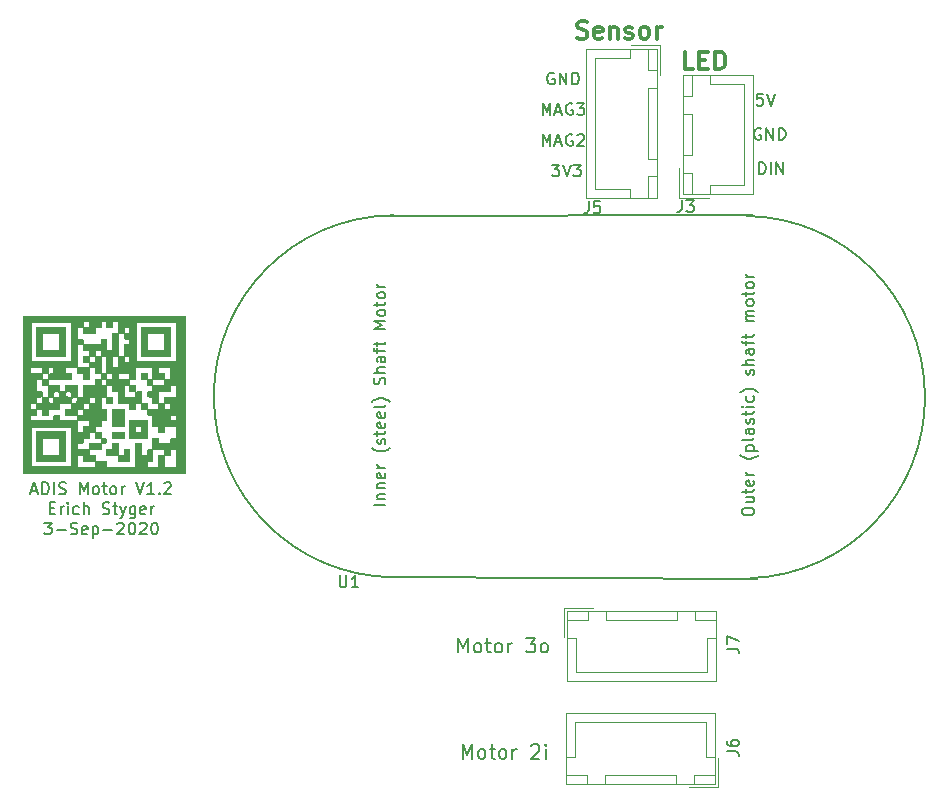
<source format=gbr>
G04 #@! TF.GenerationSoftware,KiCad,Pcbnew,(5.1.5)-3*
G04 #@! TF.CreationDate,2020-09-03T14:04:58+02:00*
G04 #@! TF.ProjectId,StepperClockMotor,53746570-7065-4724-936c-6f636b4d6f74,v1.1*
G04 #@! TF.SameCoordinates,Original*
G04 #@! TF.FileFunction,Legend,Top*
G04 #@! TF.FilePolarity,Positive*
%FSLAX46Y46*%
G04 Gerber Fmt 4.6, Leading zero omitted, Abs format (unit mm)*
G04 Created by KiCad (PCBNEW (5.1.5)-3) date 2020-09-03 14:04:58*
%MOMM*%
%LPD*%
G04 APERTURE LIST*
%ADD10C,0.200000*%
%ADD11C,0.300000*%
%ADD12C,0.150000*%
%ADD13C,0.120000*%
%ADD14C,0.010000*%
G04 APERTURE END LIST*
D10*
X109073895Y-115120740D02*
X108978657Y-115073120D01*
X108835800Y-115073120D01*
X108692942Y-115120740D01*
X108597704Y-115215978D01*
X108550085Y-115311216D01*
X108502466Y-115501692D01*
X108502466Y-115644549D01*
X108550085Y-115835025D01*
X108597704Y-115930263D01*
X108692942Y-116025501D01*
X108835800Y-116073120D01*
X108931038Y-116073120D01*
X109073895Y-116025501D01*
X109121514Y-115977882D01*
X109121514Y-115644549D01*
X108931038Y-115644549D01*
X109550085Y-116073120D02*
X109550085Y-115073120D01*
X110121514Y-116073120D01*
X110121514Y-115073120D01*
X110597704Y-116073120D02*
X110597704Y-115073120D01*
X110835800Y-115073120D01*
X110978657Y-115120740D01*
X111073895Y-115215978D01*
X111121514Y-115311216D01*
X111169133Y-115501692D01*
X111169133Y-115644549D01*
X111121514Y-115835025D01*
X111073895Y-115930263D01*
X110978657Y-116025501D01*
X110835800Y-116073120D01*
X110597704Y-116073120D01*
X126411990Y-123673120D02*
X126411990Y-122673120D01*
X126650085Y-122673120D01*
X126792942Y-122720740D01*
X126888180Y-122815978D01*
X126935800Y-122911216D01*
X126983419Y-123101692D01*
X126983419Y-123244549D01*
X126935800Y-123435025D01*
X126888180Y-123530263D01*
X126792942Y-123625501D01*
X126650085Y-123673120D01*
X126411990Y-123673120D01*
X127411990Y-123673120D02*
X127411990Y-122673120D01*
X127888180Y-123673120D02*
X127888180Y-122673120D01*
X128459609Y-123673120D01*
X128459609Y-122673120D01*
X126573895Y-119820740D02*
X126478657Y-119773120D01*
X126335800Y-119773120D01*
X126192942Y-119820740D01*
X126097704Y-119915978D01*
X126050085Y-120011216D01*
X126002466Y-120201692D01*
X126002466Y-120344549D01*
X126050085Y-120535025D01*
X126097704Y-120630263D01*
X126192942Y-120725501D01*
X126335800Y-120773120D01*
X126431038Y-120773120D01*
X126573895Y-120725501D01*
X126621514Y-120677882D01*
X126621514Y-120344549D01*
X126431038Y-120344549D01*
X127050085Y-120773120D02*
X127050085Y-119773120D01*
X127621514Y-120773120D01*
X127621514Y-119773120D01*
X128097704Y-120773120D02*
X128097704Y-119773120D01*
X128335800Y-119773120D01*
X128478657Y-119820740D01*
X128573895Y-119915978D01*
X128621514Y-120011216D01*
X128669133Y-120201692D01*
X128669133Y-120344549D01*
X128621514Y-120535025D01*
X128573895Y-120630263D01*
X128478657Y-120725501D01*
X128335800Y-120773120D01*
X128097704Y-120773120D01*
X126745323Y-116873120D02*
X126269133Y-116873120D01*
X126221514Y-117349311D01*
X126269133Y-117301692D01*
X126364371Y-117254073D01*
X126602466Y-117254073D01*
X126697704Y-117301692D01*
X126745323Y-117349311D01*
X126792942Y-117444549D01*
X126792942Y-117682644D01*
X126745323Y-117777882D01*
X126697704Y-117825501D01*
X126602466Y-117873120D01*
X126364371Y-117873120D01*
X126269133Y-117825501D01*
X126221514Y-117777882D01*
X127078657Y-116873120D02*
X127411990Y-117873120D01*
X127745323Y-116873120D01*
X108897704Y-122873120D02*
X109516752Y-122873120D01*
X109183419Y-123254073D01*
X109326276Y-123254073D01*
X109421514Y-123301692D01*
X109469133Y-123349311D01*
X109516752Y-123444549D01*
X109516752Y-123682644D01*
X109469133Y-123777882D01*
X109421514Y-123825501D01*
X109326276Y-123873120D01*
X109040561Y-123873120D01*
X108945323Y-123825501D01*
X108897704Y-123777882D01*
X109802466Y-122873120D02*
X110135800Y-123873120D01*
X110469133Y-122873120D01*
X110707228Y-122873120D02*
X111326276Y-122873120D01*
X110992942Y-123254073D01*
X111135800Y-123254073D01*
X111231038Y-123301692D01*
X111278657Y-123349311D01*
X111326276Y-123444549D01*
X111326276Y-123682644D01*
X111278657Y-123777882D01*
X111231038Y-123825501D01*
X111135800Y-123873120D01*
X110850085Y-123873120D01*
X110754847Y-123825501D01*
X110707228Y-123777882D01*
X108097704Y-121273120D02*
X108097704Y-120273120D01*
X108431038Y-120987406D01*
X108764371Y-120273120D01*
X108764371Y-121273120D01*
X109192942Y-120987406D02*
X109669133Y-120987406D01*
X109097704Y-121273120D02*
X109431038Y-120273120D01*
X109764371Y-121273120D01*
X110621514Y-120320740D02*
X110526276Y-120273120D01*
X110383419Y-120273120D01*
X110240561Y-120320740D01*
X110145323Y-120415978D01*
X110097704Y-120511216D01*
X110050085Y-120701692D01*
X110050085Y-120844549D01*
X110097704Y-121035025D01*
X110145323Y-121130263D01*
X110240561Y-121225501D01*
X110383419Y-121273120D01*
X110478657Y-121273120D01*
X110621514Y-121225501D01*
X110669133Y-121177882D01*
X110669133Y-120844549D01*
X110478657Y-120844549D01*
X111050085Y-120368359D02*
X111097704Y-120320740D01*
X111192942Y-120273120D01*
X111431038Y-120273120D01*
X111526276Y-120320740D01*
X111573895Y-120368359D01*
X111621514Y-120463597D01*
X111621514Y-120558835D01*
X111573895Y-120701692D01*
X111002466Y-121273120D01*
X111621514Y-121273120D01*
X108097704Y-118673120D02*
X108097704Y-117673120D01*
X108431038Y-118387406D01*
X108764371Y-117673120D01*
X108764371Y-118673120D01*
X109192942Y-118387406D02*
X109669133Y-118387406D01*
X109097704Y-118673120D02*
X109431038Y-117673120D01*
X109764371Y-118673120D01*
X110621514Y-117720740D02*
X110526276Y-117673120D01*
X110383419Y-117673120D01*
X110240561Y-117720740D01*
X110145323Y-117815978D01*
X110097704Y-117911216D01*
X110050085Y-118101692D01*
X110050085Y-118244549D01*
X110097704Y-118435025D01*
X110145323Y-118530263D01*
X110240561Y-118625501D01*
X110383419Y-118673120D01*
X110478657Y-118673120D01*
X110621514Y-118625501D01*
X110669133Y-118577882D01*
X110669133Y-118244549D01*
X110478657Y-118244549D01*
X111002466Y-117673120D02*
X111621514Y-117673120D01*
X111288180Y-118054073D01*
X111431038Y-118054073D01*
X111526276Y-118101692D01*
X111573895Y-118149311D01*
X111621514Y-118244549D01*
X111621514Y-118482644D01*
X111573895Y-118577882D01*
X111526276Y-118625501D01*
X111431038Y-118673120D01*
X111145323Y-118673120D01*
X111050085Y-118625501D01*
X111002466Y-118577882D01*
D11*
X120871514Y-114799311D02*
X120157228Y-114799311D01*
X120157228Y-113299311D01*
X121371514Y-114013597D02*
X121871514Y-114013597D01*
X122085800Y-114799311D02*
X121371514Y-114799311D01*
X121371514Y-113299311D01*
X122085800Y-113299311D01*
X122728657Y-114799311D02*
X122728657Y-113299311D01*
X123085800Y-113299311D01*
X123300085Y-113370740D01*
X123442942Y-113513597D01*
X123514371Y-113656454D01*
X123585800Y-113942168D01*
X123585800Y-114156454D01*
X123514371Y-114442168D01*
X123442942Y-114585025D01*
X123300085Y-114727882D01*
X123085800Y-114799311D01*
X122728657Y-114799311D01*
X111035800Y-112127882D02*
X111250085Y-112199311D01*
X111607228Y-112199311D01*
X111750085Y-112127882D01*
X111821514Y-112056454D01*
X111892942Y-111913597D01*
X111892942Y-111770740D01*
X111821514Y-111627882D01*
X111750085Y-111556454D01*
X111607228Y-111485025D01*
X111321514Y-111413597D01*
X111178657Y-111342168D01*
X111107228Y-111270740D01*
X111035800Y-111127882D01*
X111035800Y-110985025D01*
X111107228Y-110842168D01*
X111178657Y-110770740D01*
X111321514Y-110699311D01*
X111678657Y-110699311D01*
X111892942Y-110770740D01*
X113107228Y-112127882D02*
X112964371Y-112199311D01*
X112678657Y-112199311D01*
X112535800Y-112127882D01*
X112464371Y-111985025D01*
X112464371Y-111413597D01*
X112535800Y-111270740D01*
X112678657Y-111199311D01*
X112964371Y-111199311D01*
X113107228Y-111270740D01*
X113178657Y-111413597D01*
X113178657Y-111556454D01*
X112464371Y-111699311D01*
X113821514Y-111199311D02*
X113821514Y-112199311D01*
X113821514Y-111342168D02*
X113892942Y-111270740D01*
X114035800Y-111199311D01*
X114250085Y-111199311D01*
X114392942Y-111270740D01*
X114464371Y-111413597D01*
X114464371Y-112199311D01*
X115107228Y-112127882D02*
X115250085Y-112199311D01*
X115535800Y-112199311D01*
X115678657Y-112127882D01*
X115750085Y-111985025D01*
X115750085Y-111913597D01*
X115678657Y-111770740D01*
X115535800Y-111699311D01*
X115321514Y-111699311D01*
X115178657Y-111627882D01*
X115107228Y-111485025D01*
X115107228Y-111413597D01*
X115178657Y-111270740D01*
X115321514Y-111199311D01*
X115535800Y-111199311D01*
X115678657Y-111270740D01*
X116607228Y-112199311D02*
X116464371Y-112127882D01*
X116392942Y-112056454D01*
X116321514Y-111913597D01*
X116321514Y-111485025D01*
X116392942Y-111342168D01*
X116464371Y-111270740D01*
X116607228Y-111199311D01*
X116821514Y-111199311D01*
X116964371Y-111270740D01*
X117035800Y-111342168D01*
X117107228Y-111485025D01*
X117107228Y-111913597D01*
X117035800Y-112056454D01*
X116964371Y-112127882D01*
X116821514Y-112199311D01*
X116607228Y-112199311D01*
X117750085Y-112199311D02*
X117750085Y-111199311D01*
X117750085Y-111485025D02*
X117821514Y-111342168D01*
X117892942Y-111270740D01*
X118035800Y-111199311D01*
X118178657Y-111199311D01*
D10*
X100964371Y-164163597D02*
X100964371Y-162963597D01*
X101364371Y-163820740D01*
X101764371Y-162963597D01*
X101764371Y-164163597D01*
X102507228Y-164163597D02*
X102392942Y-164106454D01*
X102335800Y-164049311D01*
X102278657Y-163935025D01*
X102278657Y-163592168D01*
X102335800Y-163477882D01*
X102392942Y-163420740D01*
X102507228Y-163363597D01*
X102678657Y-163363597D01*
X102792942Y-163420740D01*
X102850085Y-163477882D01*
X102907228Y-163592168D01*
X102907228Y-163935025D01*
X102850085Y-164049311D01*
X102792942Y-164106454D01*
X102678657Y-164163597D01*
X102507228Y-164163597D01*
X103250085Y-163363597D02*
X103707228Y-163363597D01*
X103421514Y-162963597D02*
X103421514Y-163992168D01*
X103478657Y-164106454D01*
X103592942Y-164163597D01*
X103707228Y-164163597D01*
X104278657Y-164163597D02*
X104164371Y-164106454D01*
X104107228Y-164049311D01*
X104050085Y-163935025D01*
X104050085Y-163592168D01*
X104107228Y-163477882D01*
X104164371Y-163420740D01*
X104278657Y-163363597D01*
X104450085Y-163363597D01*
X104564371Y-163420740D01*
X104621514Y-163477882D01*
X104678657Y-163592168D01*
X104678657Y-163935025D01*
X104621514Y-164049311D01*
X104564371Y-164106454D01*
X104450085Y-164163597D01*
X104278657Y-164163597D01*
X105192942Y-164163597D02*
X105192942Y-163363597D01*
X105192942Y-163592168D02*
X105250085Y-163477882D01*
X105307228Y-163420740D01*
X105421514Y-163363597D01*
X105535800Y-163363597D01*
X106735800Y-162963597D02*
X107478657Y-162963597D01*
X107078657Y-163420740D01*
X107250085Y-163420740D01*
X107364371Y-163477882D01*
X107421514Y-163535025D01*
X107478657Y-163649311D01*
X107478657Y-163935025D01*
X107421514Y-164049311D01*
X107364371Y-164106454D01*
X107250085Y-164163597D01*
X106907228Y-164163597D01*
X106792942Y-164106454D01*
X106735800Y-164049311D01*
X108164371Y-164163597D02*
X108050085Y-164106454D01*
X107992942Y-164049311D01*
X107935800Y-163935025D01*
X107935800Y-163592168D01*
X107992942Y-163477882D01*
X108050085Y-163420740D01*
X108164371Y-163363597D01*
X108335800Y-163363597D01*
X108450085Y-163420740D01*
X108507228Y-163477882D01*
X108564371Y-163592168D01*
X108564371Y-163935025D01*
X108507228Y-164049311D01*
X108450085Y-164106454D01*
X108335800Y-164163597D01*
X108164371Y-164163597D01*
X101321514Y-173163597D02*
X101321514Y-171963597D01*
X101721514Y-172820740D01*
X102121514Y-171963597D01*
X102121514Y-173163597D01*
X102864371Y-173163597D02*
X102750085Y-173106454D01*
X102692942Y-173049311D01*
X102635800Y-172935025D01*
X102635800Y-172592168D01*
X102692942Y-172477882D01*
X102750085Y-172420740D01*
X102864371Y-172363597D01*
X103035800Y-172363597D01*
X103150085Y-172420740D01*
X103207228Y-172477882D01*
X103264371Y-172592168D01*
X103264371Y-172935025D01*
X103207228Y-173049311D01*
X103150085Y-173106454D01*
X103035800Y-173163597D01*
X102864371Y-173163597D01*
X103607228Y-172363597D02*
X104064371Y-172363597D01*
X103778657Y-171963597D02*
X103778657Y-172992168D01*
X103835800Y-173106454D01*
X103950085Y-173163597D01*
X104064371Y-173163597D01*
X104635800Y-173163597D02*
X104521514Y-173106454D01*
X104464371Y-173049311D01*
X104407228Y-172935025D01*
X104407228Y-172592168D01*
X104464371Y-172477882D01*
X104521514Y-172420740D01*
X104635800Y-172363597D01*
X104807228Y-172363597D01*
X104921514Y-172420740D01*
X104978657Y-172477882D01*
X105035800Y-172592168D01*
X105035800Y-172935025D01*
X104978657Y-173049311D01*
X104921514Y-173106454D01*
X104807228Y-173163597D01*
X104635800Y-173163597D01*
X105550085Y-173163597D02*
X105550085Y-172363597D01*
X105550085Y-172592168D02*
X105607228Y-172477882D01*
X105664371Y-172420740D01*
X105778657Y-172363597D01*
X105892942Y-172363597D01*
X107150085Y-172077882D02*
X107207228Y-172020740D01*
X107321514Y-171963597D01*
X107607228Y-171963597D01*
X107721514Y-172020740D01*
X107778657Y-172077882D01*
X107835800Y-172192168D01*
X107835800Y-172306454D01*
X107778657Y-172477882D01*
X107092942Y-173163597D01*
X107835800Y-173163597D01*
X108350085Y-173163597D02*
X108350085Y-172363597D01*
X108350085Y-171963597D02*
X108292942Y-172020740D01*
X108350085Y-172077882D01*
X108407228Y-172020740D01*
X108350085Y-171963597D01*
X108350085Y-172077882D01*
X64831038Y-150487406D02*
X65307228Y-150487406D01*
X64735800Y-150773120D02*
X65069133Y-149773120D01*
X65402466Y-150773120D01*
X65735800Y-150773120D02*
X65735800Y-149773120D01*
X65973895Y-149773120D01*
X66116752Y-149820740D01*
X66211990Y-149915978D01*
X66259609Y-150011216D01*
X66307228Y-150201692D01*
X66307228Y-150344549D01*
X66259609Y-150535025D01*
X66211990Y-150630263D01*
X66116752Y-150725501D01*
X65973895Y-150773120D01*
X65735800Y-150773120D01*
X66735800Y-150773120D02*
X66735800Y-149773120D01*
X67164371Y-150725501D02*
X67307228Y-150773120D01*
X67545323Y-150773120D01*
X67640561Y-150725501D01*
X67688180Y-150677882D01*
X67735800Y-150582644D01*
X67735800Y-150487406D01*
X67688180Y-150392168D01*
X67640561Y-150344549D01*
X67545323Y-150296930D01*
X67354847Y-150249311D01*
X67259609Y-150201692D01*
X67211990Y-150154073D01*
X67164371Y-150058835D01*
X67164371Y-149963597D01*
X67211990Y-149868359D01*
X67259609Y-149820740D01*
X67354847Y-149773120D01*
X67592942Y-149773120D01*
X67735800Y-149820740D01*
X68926276Y-150773120D02*
X68926276Y-149773120D01*
X69259609Y-150487406D01*
X69592942Y-149773120D01*
X69592942Y-150773120D01*
X70211990Y-150773120D02*
X70116752Y-150725501D01*
X70069133Y-150677882D01*
X70021514Y-150582644D01*
X70021514Y-150296930D01*
X70069133Y-150201692D01*
X70116752Y-150154073D01*
X70211990Y-150106454D01*
X70354847Y-150106454D01*
X70450085Y-150154073D01*
X70497704Y-150201692D01*
X70545323Y-150296930D01*
X70545323Y-150582644D01*
X70497704Y-150677882D01*
X70450085Y-150725501D01*
X70354847Y-150773120D01*
X70211990Y-150773120D01*
X70831038Y-150106454D02*
X71211990Y-150106454D01*
X70973895Y-149773120D02*
X70973895Y-150630263D01*
X71021514Y-150725501D01*
X71116752Y-150773120D01*
X71211990Y-150773120D01*
X71688180Y-150773120D02*
X71592942Y-150725501D01*
X71545323Y-150677882D01*
X71497704Y-150582644D01*
X71497704Y-150296930D01*
X71545323Y-150201692D01*
X71592942Y-150154073D01*
X71688180Y-150106454D01*
X71831038Y-150106454D01*
X71926276Y-150154073D01*
X71973895Y-150201692D01*
X72021514Y-150296930D01*
X72021514Y-150582644D01*
X71973895Y-150677882D01*
X71926276Y-150725501D01*
X71831038Y-150773120D01*
X71688180Y-150773120D01*
X72450085Y-150773120D02*
X72450085Y-150106454D01*
X72450085Y-150296930D02*
X72497704Y-150201692D01*
X72545323Y-150154073D01*
X72640561Y-150106454D01*
X72735800Y-150106454D01*
X73688180Y-149773120D02*
X74021514Y-150773120D01*
X74354847Y-149773120D01*
X75211990Y-150773120D02*
X74640561Y-150773120D01*
X74926276Y-150773120D02*
X74926276Y-149773120D01*
X74831038Y-149915978D01*
X74735800Y-150011216D01*
X74640561Y-150058835D01*
X75640561Y-150677882D02*
X75688180Y-150725501D01*
X75640561Y-150773120D01*
X75592942Y-150725501D01*
X75640561Y-150677882D01*
X75640561Y-150773120D01*
X76069133Y-149868359D02*
X76116752Y-149820740D01*
X76211990Y-149773120D01*
X76450085Y-149773120D01*
X76545323Y-149820740D01*
X76592942Y-149868359D01*
X76640561Y-149963597D01*
X76640561Y-150058835D01*
X76592942Y-150201692D01*
X76021514Y-150773120D01*
X76640561Y-150773120D01*
X66378657Y-151949311D02*
X66711990Y-151949311D01*
X66854847Y-152473120D02*
X66378657Y-152473120D01*
X66378657Y-151473120D01*
X66854847Y-151473120D01*
X67283419Y-152473120D02*
X67283419Y-151806454D01*
X67283419Y-151996930D02*
X67331038Y-151901692D01*
X67378657Y-151854073D01*
X67473895Y-151806454D01*
X67569133Y-151806454D01*
X67902466Y-152473120D02*
X67902466Y-151806454D01*
X67902466Y-151473120D02*
X67854847Y-151520740D01*
X67902466Y-151568359D01*
X67950085Y-151520740D01*
X67902466Y-151473120D01*
X67902466Y-151568359D01*
X68807228Y-152425501D02*
X68711990Y-152473120D01*
X68521514Y-152473120D01*
X68426276Y-152425501D01*
X68378657Y-152377882D01*
X68331038Y-152282644D01*
X68331038Y-151996930D01*
X68378657Y-151901692D01*
X68426276Y-151854073D01*
X68521514Y-151806454D01*
X68711990Y-151806454D01*
X68807228Y-151854073D01*
X69235800Y-152473120D02*
X69235800Y-151473120D01*
X69664371Y-152473120D02*
X69664371Y-151949311D01*
X69616752Y-151854073D01*
X69521514Y-151806454D01*
X69378657Y-151806454D01*
X69283419Y-151854073D01*
X69235800Y-151901692D01*
X70854847Y-152425501D02*
X70997704Y-152473120D01*
X71235800Y-152473120D01*
X71331038Y-152425501D01*
X71378657Y-152377882D01*
X71426276Y-152282644D01*
X71426276Y-152187406D01*
X71378657Y-152092168D01*
X71331038Y-152044549D01*
X71235800Y-151996930D01*
X71045323Y-151949311D01*
X70950085Y-151901692D01*
X70902466Y-151854073D01*
X70854847Y-151758835D01*
X70854847Y-151663597D01*
X70902466Y-151568359D01*
X70950085Y-151520740D01*
X71045323Y-151473120D01*
X71283419Y-151473120D01*
X71426276Y-151520740D01*
X71711990Y-151806454D02*
X72092942Y-151806454D01*
X71854847Y-151473120D02*
X71854847Y-152330263D01*
X71902466Y-152425501D01*
X71997704Y-152473120D01*
X72092942Y-152473120D01*
X72331038Y-151806454D02*
X72569133Y-152473120D01*
X72807228Y-151806454D02*
X72569133Y-152473120D01*
X72473895Y-152711216D01*
X72426276Y-152758835D01*
X72331038Y-152806454D01*
X73616752Y-151806454D02*
X73616752Y-152615978D01*
X73569133Y-152711216D01*
X73521514Y-152758835D01*
X73426276Y-152806454D01*
X73283419Y-152806454D01*
X73188180Y-152758835D01*
X73616752Y-152425501D02*
X73521514Y-152473120D01*
X73331038Y-152473120D01*
X73235800Y-152425501D01*
X73188180Y-152377882D01*
X73140561Y-152282644D01*
X73140561Y-151996930D01*
X73188180Y-151901692D01*
X73235800Y-151854073D01*
X73331038Y-151806454D01*
X73521514Y-151806454D01*
X73616752Y-151854073D01*
X74473895Y-152425501D02*
X74378657Y-152473120D01*
X74188180Y-152473120D01*
X74092942Y-152425501D01*
X74045323Y-152330263D01*
X74045323Y-151949311D01*
X74092942Y-151854073D01*
X74188180Y-151806454D01*
X74378657Y-151806454D01*
X74473895Y-151854073D01*
X74521514Y-151949311D01*
X74521514Y-152044549D01*
X74045323Y-152139787D01*
X74950085Y-152473120D02*
X74950085Y-151806454D01*
X74950085Y-151996930D02*
X74997704Y-151901692D01*
X75045323Y-151854073D01*
X75140561Y-151806454D01*
X75235800Y-151806454D01*
X65902466Y-153173120D02*
X66521514Y-153173120D01*
X66188180Y-153554073D01*
X66331038Y-153554073D01*
X66426276Y-153601692D01*
X66473895Y-153649311D01*
X66521514Y-153744549D01*
X66521514Y-153982644D01*
X66473895Y-154077882D01*
X66426276Y-154125501D01*
X66331038Y-154173120D01*
X66045323Y-154173120D01*
X65950085Y-154125501D01*
X65902466Y-154077882D01*
X66950085Y-153792168D02*
X67711990Y-153792168D01*
X68140561Y-154125501D02*
X68283419Y-154173120D01*
X68521514Y-154173120D01*
X68616752Y-154125501D01*
X68664371Y-154077882D01*
X68711990Y-153982644D01*
X68711990Y-153887406D01*
X68664371Y-153792168D01*
X68616752Y-153744549D01*
X68521514Y-153696930D01*
X68331038Y-153649311D01*
X68235800Y-153601692D01*
X68188180Y-153554073D01*
X68140561Y-153458835D01*
X68140561Y-153363597D01*
X68188180Y-153268359D01*
X68235800Y-153220740D01*
X68331038Y-153173120D01*
X68569133Y-153173120D01*
X68711990Y-153220740D01*
X69521514Y-154125501D02*
X69426276Y-154173120D01*
X69235800Y-154173120D01*
X69140561Y-154125501D01*
X69092942Y-154030263D01*
X69092942Y-153649311D01*
X69140561Y-153554073D01*
X69235800Y-153506454D01*
X69426276Y-153506454D01*
X69521514Y-153554073D01*
X69569133Y-153649311D01*
X69569133Y-153744549D01*
X69092942Y-153839787D01*
X69997704Y-153506454D02*
X69997704Y-154506454D01*
X69997704Y-153554073D02*
X70092942Y-153506454D01*
X70283419Y-153506454D01*
X70378657Y-153554073D01*
X70426276Y-153601692D01*
X70473895Y-153696930D01*
X70473895Y-153982644D01*
X70426276Y-154077882D01*
X70378657Y-154125501D01*
X70283419Y-154173120D01*
X70092942Y-154173120D01*
X69997704Y-154125501D01*
X70902466Y-153792168D02*
X71664371Y-153792168D01*
X72092942Y-153268359D02*
X72140561Y-153220740D01*
X72235800Y-153173120D01*
X72473895Y-153173120D01*
X72569133Y-153220740D01*
X72616752Y-153268359D01*
X72664371Y-153363597D01*
X72664371Y-153458835D01*
X72616752Y-153601692D01*
X72045323Y-154173120D01*
X72664371Y-154173120D01*
X73283419Y-153173120D02*
X73378657Y-153173120D01*
X73473895Y-153220740D01*
X73521514Y-153268359D01*
X73569133Y-153363597D01*
X73616752Y-153554073D01*
X73616752Y-153792168D01*
X73569133Y-153982644D01*
X73521514Y-154077882D01*
X73473895Y-154125501D01*
X73378657Y-154173120D01*
X73283419Y-154173120D01*
X73188180Y-154125501D01*
X73140561Y-154077882D01*
X73092942Y-153982644D01*
X73045323Y-153792168D01*
X73045323Y-153554073D01*
X73092942Y-153363597D01*
X73140561Y-153268359D01*
X73188180Y-153220740D01*
X73283419Y-153173120D01*
X73997704Y-153268359D02*
X74045323Y-153220740D01*
X74140561Y-153173120D01*
X74378657Y-153173120D01*
X74473895Y-153220740D01*
X74521514Y-153268359D01*
X74569133Y-153363597D01*
X74569133Y-153458835D01*
X74521514Y-153601692D01*
X73950085Y-154173120D01*
X74569133Y-154173120D01*
X75188180Y-153173120D02*
X75283419Y-153173120D01*
X75378657Y-153220740D01*
X75426276Y-153268359D01*
X75473895Y-153363597D01*
X75521514Y-153554073D01*
X75521514Y-153792168D01*
X75473895Y-153982644D01*
X75426276Y-154077882D01*
X75378657Y-154125501D01*
X75283419Y-154173120D01*
X75188180Y-154173120D01*
X75092942Y-154125501D01*
X75045323Y-154077882D01*
X74997704Y-153982644D01*
X74950085Y-153792168D01*
X74950085Y-153554073D01*
X74997704Y-153363597D01*
X75045323Y-153268359D01*
X75092942Y-153220740D01*
X75188180Y-153173120D01*
D12*
X125315971Y-127213911D02*
G75*
G02X125695945Y-157880740I-180171J-15338001D01*
G01*
X95525800Y-157800619D02*
G75*
G02X95475800Y-127161139I60000J15319879D01*
G01*
X94419820Y-127206033D02*
X125939820Y-127166033D01*
X94595800Y-157780740D02*
X126255800Y-157930740D01*
D13*
X119985800Y-125370740D02*
X125935800Y-125370740D01*
X125935800Y-125370740D02*
X125935800Y-115270740D01*
X125935800Y-115270740D02*
X119985800Y-115270740D01*
X119985800Y-115270740D02*
X119985800Y-125370740D01*
X119985800Y-122070740D02*
X120735800Y-122070740D01*
X120735800Y-122070740D02*
X120735800Y-118570740D01*
X120735800Y-118570740D02*
X119985800Y-118570740D01*
X119985800Y-118570740D02*
X119985800Y-122070740D01*
X119985800Y-125370740D02*
X120735800Y-125370740D01*
X120735800Y-125370740D02*
X120735800Y-123570740D01*
X120735800Y-123570740D02*
X119985800Y-123570740D01*
X119985800Y-123570740D02*
X119985800Y-125370740D01*
X119985800Y-117070740D02*
X120735800Y-117070740D01*
X120735800Y-117070740D02*
X120735800Y-115270740D01*
X120735800Y-115270740D02*
X119985800Y-115270740D01*
X119985800Y-115270740D02*
X119985800Y-117070740D01*
X122235800Y-125370740D02*
X122235800Y-124620740D01*
X122235800Y-124620740D02*
X125185800Y-124620740D01*
X125185800Y-124620740D02*
X125185800Y-120320740D01*
X122235800Y-115270740D02*
X122235800Y-116020740D01*
X122235800Y-116020740D02*
X125185800Y-116020740D01*
X125185800Y-116020740D02*
X125185800Y-120320740D01*
X119685800Y-123170740D02*
X119685800Y-125670740D01*
X119685800Y-125670740D02*
X122185800Y-125670740D01*
X117765800Y-113070740D02*
X111815800Y-113070740D01*
X111815800Y-113070740D02*
X111815800Y-125670740D01*
X111815800Y-125670740D02*
X117765800Y-125670740D01*
X117765800Y-125670740D02*
X117765800Y-113070740D01*
X117765800Y-116370740D02*
X117015800Y-116370740D01*
X117015800Y-116370740D02*
X117015800Y-122370740D01*
X117015800Y-122370740D02*
X117765800Y-122370740D01*
X117765800Y-122370740D02*
X117765800Y-116370740D01*
X117765800Y-113070740D02*
X117015800Y-113070740D01*
X117015800Y-113070740D02*
X117015800Y-114870740D01*
X117015800Y-114870740D02*
X117765800Y-114870740D01*
X117765800Y-114870740D02*
X117765800Y-113070740D01*
X117765800Y-123870740D02*
X117015800Y-123870740D01*
X117015800Y-123870740D02*
X117015800Y-125670740D01*
X117015800Y-125670740D02*
X117765800Y-125670740D01*
X117765800Y-125670740D02*
X117765800Y-123870740D01*
X115515800Y-113070740D02*
X115515800Y-113820740D01*
X115515800Y-113820740D02*
X112565800Y-113820740D01*
X112565800Y-113820740D02*
X112565800Y-119370740D01*
X115515800Y-125670740D02*
X115515800Y-124920740D01*
X115515800Y-124920740D02*
X112565800Y-124920740D01*
X112565800Y-124920740D02*
X112565800Y-119370740D01*
X118065800Y-115270740D02*
X118065800Y-112770740D01*
X118065800Y-112770740D02*
X115565800Y-112770740D01*
X110185800Y-160670740D02*
X110185800Y-166620740D01*
X110185800Y-166620740D02*
X122785800Y-166620740D01*
X122785800Y-166620740D02*
X122785800Y-160670740D01*
X122785800Y-160670740D02*
X110185800Y-160670740D01*
X113485800Y-160670740D02*
X113485800Y-161420740D01*
X113485800Y-161420740D02*
X119485800Y-161420740D01*
X119485800Y-161420740D02*
X119485800Y-160670740D01*
X119485800Y-160670740D02*
X113485800Y-160670740D01*
X110185800Y-160670740D02*
X110185800Y-161420740D01*
X110185800Y-161420740D02*
X111985800Y-161420740D01*
X111985800Y-161420740D02*
X111985800Y-160670740D01*
X111985800Y-160670740D02*
X110185800Y-160670740D01*
X120985800Y-160670740D02*
X120985800Y-161420740D01*
X120985800Y-161420740D02*
X122785800Y-161420740D01*
X122785800Y-161420740D02*
X122785800Y-160670740D01*
X122785800Y-160670740D02*
X120985800Y-160670740D01*
X110185800Y-162920740D02*
X110935800Y-162920740D01*
X110935800Y-162920740D02*
X110935800Y-165870740D01*
X110935800Y-165870740D02*
X116485800Y-165870740D01*
X122785800Y-162920740D02*
X122035800Y-162920740D01*
X122035800Y-162920740D02*
X122035800Y-165870740D01*
X122035800Y-165870740D02*
X116485800Y-165870740D01*
X112385800Y-160370740D02*
X109885800Y-160370740D01*
X109885800Y-160370740D02*
X109885800Y-162870740D01*
X122685800Y-175270740D02*
X122685800Y-169320740D01*
X122685800Y-169320740D02*
X110085800Y-169320740D01*
X110085800Y-169320740D02*
X110085800Y-175270740D01*
X110085800Y-175270740D02*
X122685800Y-175270740D01*
X119385800Y-175270740D02*
X119385800Y-174520740D01*
X119385800Y-174520740D02*
X113385800Y-174520740D01*
X113385800Y-174520740D02*
X113385800Y-175270740D01*
X113385800Y-175270740D02*
X119385800Y-175270740D01*
X122685800Y-175270740D02*
X122685800Y-174520740D01*
X122685800Y-174520740D02*
X120885800Y-174520740D01*
X120885800Y-174520740D02*
X120885800Y-175270740D01*
X120885800Y-175270740D02*
X122685800Y-175270740D01*
X111885800Y-175270740D02*
X111885800Y-174520740D01*
X111885800Y-174520740D02*
X110085800Y-174520740D01*
X110085800Y-174520740D02*
X110085800Y-175270740D01*
X110085800Y-175270740D02*
X111885800Y-175270740D01*
X122685800Y-173020740D02*
X121935800Y-173020740D01*
X121935800Y-173020740D02*
X121935800Y-170070740D01*
X121935800Y-170070740D02*
X116385800Y-170070740D01*
X110085800Y-173020740D02*
X110835800Y-173020740D01*
X110835800Y-173020740D02*
X110835800Y-170070740D01*
X110835800Y-170070740D02*
X116385800Y-170070740D01*
X120485800Y-175570740D02*
X122985800Y-175570740D01*
X122985800Y-175570740D02*
X122985800Y-173070740D01*
D14*
G36*
X76587300Y-139082240D02*
G01*
X74110800Y-139082240D01*
X74110800Y-137113740D01*
X74618800Y-137113740D01*
X74618800Y-138574240D01*
X76079300Y-138574240D01*
X76079300Y-137113740D01*
X74618800Y-137113740D01*
X74110800Y-137113740D01*
X74110800Y-136605740D01*
X76587300Y-136605740D01*
X76587300Y-139082240D01*
G37*
X76587300Y-139082240D02*
X74110800Y-139082240D01*
X74110800Y-137113740D01*
X74618800Y-137113740D01*
X74618800Y-138574240D01*
X76079300Y-138574240D01*
X76079300Y-137113740D01*
X74618800Y-137113740D01*
X74110800Y-137113740D01*
X74110800Y-136605740D01*
X76587300Y-136605740D01*
X76587300Y-139082240D01*
G36*
X67697300Y-139082240D02*
G01*
X65220800Y-139082240D01*
X65220800Y-137113740D01*
X65728800Y-137113740D01*
X65728800Y-138574240D01*
X67189300Y-138574240D01*
X67189300Y-137113740D01*
X65728800Y-137113740D01*
X65220800Y-137113740D01*
X65220800Y-136605740D01*
X67697300Y-136605740D01*
X67697300Y-139082240D01*
G37*
X67697300Y-139082240D02*
X65220800Y-139082240D01*
X65220800Y-137113740D01*
X65728800Y-137113740D01*
X65728800Y-138574240D01*
X67189300Y-138574240D01*
X67189300Y-137113740D01*
X65728800Y-137113740D01*
X65220800Y-137113740D01*
X65220800Y-136605740D01*
X67697300Y-136605740D01*
X67697300Y-139082240D01*
G36*
X67697300Y-147972240D02*
G01*
X65220800Y-147972240D01*
X65220800Y-146003740D01*
X65728800Y-146003740D01*
X65728800Y-147464240D01*
X67189300Y-147464240D01*
X67189300Y-146003740D01*
X65728800Y-146003740D01*
X65220800Y-146003740D01*
X65220800Y-145432240D01*
X67697300Y-145432240D01*
X67697300Y-147972240D01*
G37*
X67697300Y-147972240D02*
X65220800Y-147972240D01*
X65220800Y-146003740D01*
X65728800Y-146003740D01*
X65728800Y-147464240D01*
X67189300Y-147464240D01*
X67189300Y-146003740D01*
X65728800Y-146003740D01*
X65220800Y-146003740D01*
X65220800Y-145432240D01*
X67697300Y-145432240D01*
X67697300Y-147972240D01*
G36*
X70173800Y-140542740D02*
G01*
X70173800Y-140034740D01*
X69665800Y-140034740D01*
X69665800Y-139812490D01*
X69658110Y-139670191D01*
X69610631Y-139606952D01*
X69486749Y-139590736D01*
X69411800Y-139590240D01*
X69157800Y-139590240D01*
X69157800Y-139082240D01*
X69665800Y-139082240D01*
X69665800Y-139590240D01*
X70173800Y-139590240D01*
X70173800Y-139082240D01*
X70681800Y-139082240D01*
X70681800Y-140542740D01*
X70173800Y-140542740D01*
G37*
X70173800Y-140542740D02*
X70173800Y-140034740D01*
X69665800Y-140034740D01*
X69665800Y-139812490D01*
X69658110Y-139670191D01*
X69610631Y-139606952D01*
X69486749Y-139590736D01*
X69411800Y-139590240D01*
X69157800Y-139590240D01*
X69157800Y-139082240D01*
X69665800Y-139082240D01*
X69665800Y-139590240D01*
X70173800Y-139590240D01*
X70173800Y-139082240D01*
X70681800Y-139082240D01*
X70681800Y-140542740D01*
X70173800Y-140542740D01*
G36*
X70904050Y-140542740D02*
G01*
X71046348Y-140550429D01*
X71109587Y-140597908D01*
X71125803Y-140721790D01*
X71126300Y-140796740D01*
X71119571Y-140959367D01*
X71078027Y-141031639D01*
X70969630Y-141050172D01*
X70904050Y-141050740D01*
X70761751Y-141043050D01*
X70698512Y-140995571D01*
X70682296Y-140871689D01*
X70681800Y-140796740D01*
X70681800Y-140542740D01*
X70904050Y-140542740D01*
G37*
X70904050Y-140542740D02*
X71046348Y-140550429D01*
X71109587Y-140597908D01*
X71125803Y-140721790D01*
X71126300Y-140796740D01*
X71119571Y-140959367D01*
X71078027Y-141031639D01*
X70969630Y-141050172D01*
X70904050Y-141050740D01*
X70761751Y-141043050D01*
X70698512Y-140995571D01*
X70682296Y-140871689D01*
X70681800Y-140796740D01*
X70681800Y-140542740D01*
X70904050Y-140542740D01*
G36*
X69665800Y-141050740D02*
G01*
X69157800Y-141050740D01*
X69157800Y-140542740D01*
X68649800Y-140542740D01*
X68649800Y-140034740D01*
X69665800Y-140034740D01*
X69665800Y-141050740D01*
G37*
X69665800Y-141050740D02*
X69157800Y-141050740D01*
X69157800Y-140542740D01*
X68649800Y-140542740D01*
X68649800Y-140034740D01*
X69665800Y-140034740D01*
X69665800Y-141050740D01*
G36*
X74618800Y-140796740D02*
G01*
X74625528Y-140959367D01*
X74667072Y-141031639D01*
X74775469Y-141050172D01*
X74841050Y-141050740D01*
X74983348Y-141058429D01*
X75046587Y-141105908D01*
X75062803Y-141229790D01*
X75063300Y-141304740D01*
X75056571Y-141467367D01*
X75015027Y-141539639D01*
X74906630Y-141558172D01*
X74841050Y-141558740D01*
X74698751Y-141551050D01*
X74635512Y-141503571D01*
X74619296Y-141379689D01*
X74618800Y-141304740D01*
X74618800Y-141050740D01*
X74110800Y-141050740D01*
X74110800Y-140542740D01*
X74618800Y-140542740D01*
X74618800Y-140796740D01*
G37*
X74618800Y-140796740D02*
X74625528Y-140959367D01*
X74667072Y-141031639D01*
X74775469Y-141050172D01*
X74841050Y-141050740D01*
X74983348Y-141058429D01*
X75046587Y-141105908D01*
X75062803Y-141229790D01*
X75063300Y-141304740D01*
X75056571Y-141467367D01*
X75015027Y-141539639D01*
X74906630Y-141558172D01*
X74841050Y-141558740D01*
X74698751Y-141551050D01*
X74635512Y-141503571D01*
X74619296Y-141379689D01*
X74618800Y-141304740D01*
X74618800Y-141050740D01*
X74110800Y-141050740D01*
X74110800Y-140542740D01*
X74618800Y-140542740D01*
X74618800Y-140796740D01*
G36*
X73602800Y-142066740D02*
G01*
X73094800Y-142066740D01*
X73094800Y-141558740D01*
X73602800Y-141558740D01*
X73602800Y-142066740D01*
G37*
X73602800Y-142066740D02*
X73094800Y-142066740D01*
X73094800Y-141558740D01*
X73602800Y-141558740D01*
X73602800Y-142066740D01*
G36*
X71634300Y-143019240D02*
G01*
X71126300Y-143019240D01*
X71126300Y-142511240D01*
X71634300Y-142511240D01*
X71634300Y-143019240D01*
G37*
X71634300Y-143019240D02*
X71126300Y-143019240D01*
X71126300Y-142511240D01*
X71634300Y-142511240D01*
X71634300Y-143019240D01*
G36*
X74618800Y-143527240D02*
G01*
X74110800Y-143527240D01*
X74110800Y-143019240D01*
X74618800Y-143019240D01*
X74618800Y-143527240D01*
G37*
X74618800Y-143527240D02*
X74110800Y-143527240D01*
X74110800Y-143019240D01*
X74618800Y-143019240D01*
X74618800Y-143527240D01*
G36*
X65728800Y-141558740D02*
G01*
X65728800Y-141050740D01*
X66236800Y-141050740D01*
X66236800Y-141558740D01*
X65728800Y-141558740D01*
G37*
X65728800Y-141558740D02*
X65728800Y-141050740D01*
X66236800Y-141050740D01*
X66236800Y-141558740D01*
X65728800Y-141558740D01*
G36*
X67189300Y-141558740D02*
G01*
X67189300Y-142066740D01*
X67697300Y-142066740D01*
X67697300Y-141558740D01*
X68649800Y-141558740D01*
X68649800Y-142511240D01*
X68427550Y-142511240D01*
X68285251Y-142518929D01*
X68222012Y-142566408D01*
X68205796Y-142690290D01*
X68205300Y-142765240D01*
X68205300Y-143019240D01*
X67189300Y-143019240D01*
X67189300Y-143527240D01*
X66236800Y-143527240D01*
X66236800Y-144035240D01*
X65728800Y-144035240D01*
X65728800Y-143527240D01*
X65220800Y-143527240D01*
X65220800Y-143019240D01*
X65728800Y-143019240D01*
X65728800Y-142765240D01*
X66236800Y-142765240D01*
X66243528Y-142927867D01*
X66285072Y-143000139D01*
X66393469Y-143018672D01*
X66459050Y-143019240D01*
X66601348Y-143011550D01*
X66664587Y-142964071D01*
X66680803Y-142840189D01*
X66681300Y-142765240D01*
X66681300Y-142511240D01*
X66935300Y-142511240D01*
X67097927Y-142504511D01*
X67170199Y-142462967D01*
X67188732Y-142354570D01*
X67189300Y-142288990D01*
X67697300Y-142288990D01*
X67704989Y-142431288D01*
X67752468Y-142494527D01*
X67876350Y-142510743D01*
X67951300Y-142511240D01*
X68113927Y-142504511D01*
X68186199Y-142462967D01*
X68204732Y-142354570D01*
X68205300Y-142288990D01*
X68197610Y-142146691D01*
X68150131Y-142083452D01*
X68026249Y-142067236D01*
X67951300Y-142066740D01*
X67788672Y-142073468D01*
X67716400Y-142115012D01*
X67697867Y-142223409D01*
X67697300Y-142288990D01*
X67189300Y-142288990D01*
X67181610Y-142146691D01*
X67134131Y-142083452D01*
X67010249Y-142067236D01*
X66935300Y-142066740D01*
X66772672Y-142073468D01*
X66700400Y-142115012D01*
X66681867Y-142223409D01*
X66681300Y-142288990D01*
X66671470Y-142437948D01*
X66616010Y-142499038D01*
X66475966Y-142511212D01*
X66459050Y-142511240D01*
X66316751Y-142518929D01*
X66253512Y-142566408D01*
X66237296Y-142690290D01*
X66236800Y-142765240D01*
X65728800Y-142765240D01*
X65728800Y-142511240D01*
X66236800Y-142511240D01*
X66236800Y-141558740D01*
X67189300Y-141558740D01*
G37*
X67189300Y-141558740D02*
X67189300Y-142066740D01*
X67697300Y-142066740D01*
X67697300Y-141558740D01*
X68649800Y-141558740D01*
X68649800Y-142511240D01*
X68427550Y-142511240D01*
X68285251Y-142518929D01*
X68222012Y-142566408D01*
X68205796Y-142690290D01*
X68205300Y-142765240D01*
X68205300Y-143019240D01*
X67189300Y-143019240D01*
X67189300Y-143527240D01*
X66236800Y-143527240D01*
X66236800Y-144035240D01*
X65728800Y-144035240D01*
X65728800Y-143527240D01*
X65220800Y-143527240D01*
X65220800Y-143019240D01*
X65728800Y-143019240D01*
X65728800Y-142765240D01*
X66236800Y-142765240D01*
X66243528Y-142927867D01*
X66285072Y-143000139D01*
X66393469Y-143018672D01*
X66459050Y-143019240D01*
X66601348Y-143011550D01*
X66664587Y-142964071D01*
X66680803Y-142840189D01*
X66681300Y-142765240D01*
X66681300Y-142511240D01*
X66935300Y-142511240D01*
X67097927Y-142504511D01*
X67170199Y-142462967D01*
X67188732Y-142354570D01*
X67189300Y-142288990D01*
X67697300Y-142288990D01*
X67704989Y-142431288D01*
X67752468Y-142494527D01*
X67876350Y-142510743D01*
X67951300Y-142511240D01*
X68113927Y-142504511D01*
X68186199Y-142462967D01*
X68204732Y-142354570D01*
X68205300Y-142288990D01*
X68197610Y-142146691D01*
X68150131Y-142083452D01*
X68026249Y-142067236D01*
X67951300Y-142066740D01*
X67788672Y-142073468D01*
X67716400Y-142115012D01*
X67697867Y-142223409D01*
X67697300Y-142288990D01*
X67189300Y-142288990D01*
X67181610Y-142146691D01*
X67134131Y-142083452D01*
X67010249Y-142067236D01*
X66935300Y-142066740D01*
X66772672Y-142073468D01*
X66700400Y-142115012D01*
X66681867Y-142223409D01*
X66681300Y-142288990D01*
X66671470Y-142437948D01*
X66616010Y-142499038D01*
X66475966Y-142511212D01*
X66459050Y-142511240D01*
X66316751Y-142518929D01*
X66253512Y-142566408D01*
X66237296Y-142690290D01*
X66236800Y-142765240D01*
X65728800Y-142765240D01*
X65728800Y-142511240D01*
X66236800Y-142511240D01*
X66236800Y-141558740D01*
X67189300Y-141558740D01*
G36*
X72650300Y-144987740D02*
G01*
X71634300Y-144987740D01*
X71634300Y-143527240D01*
X72650300Y-143527240D01*
X72650300Y-144987740D01*
G37*
X72650300Y-144987740D02*
X71634300Y-144987740D01*
X71634300Y-143527240D01*
X72650300Y-143527240D01*
X72650300Y-144987740D01*
G36*
X74618800Y-146003740D02*
G01*
X73094800Y-146003740D01*
X73094800Y-144987740D01*
X73602800Y-144987740D01*
X73602800Y-145495740D01*
X74110800Y-145495740D01*
X74110800Y-144987740D01*
X73602800Y-144987740D01*
X73094800Y-144987740D01*
X73094800Y-144479740D01*
X74618800Y-144479740D01*
X74618800Y-146003740D01*
G37*
X74618800Y-146003740D02*
X73094800Y-146003740D01*
X73094800Y-144987740D01*
X73602800Y-144987740D01*
X73602800Y-145495740D01*
X74110800Y-145495740D01*
X74110800Y-144987740D01*
X73602800Y-144987740D01*
X73094800Y-144987740D01*
X73094800Y-144479740D01*
X74618800Y-144479740D01*
X74618800Y-146003740D01*
G36*
X72650300Y-146003740D02*
G01*
X71634300Y-146003740D01*
X71634300Y-145495740D01*
X72650300Y-145495740D01*
X72650300Y-146003740D01*
G37*
X72650300Y-146003740D02*
X71634300Y-146003740D01*
X71634300Y-145495740D01*
X72650300Y-145495740D01*
X72650300Y-146003740D01*
G36*
X70681800Y-145749740D02*
G01*
X70688528Y-145912367D01*
X70730072Y-145984639D01*
X70838469Y-146003172D01*
X70904050Y-146003740D01*
X71053008Y-146013569D01*
X71114098Y-146069029D01*
X71126272Y-146209073D01*
X71126300Y-146225990D01*
X71116470Y-146374948D01*
X71061010Y-146436038D01*
X70920966Y-146448212D01*
X70904050Y-146448240D01*
X70761751Y-146455929D01*
X70698512Y-146503408D01*
X70682296Y-146627290D01*
X70681800Y-146702240D01*
X70681800Y-146956240D01*
X69665800Y-146956240D01*
X69665800Y-146448240D01*
X70681800Y-146448240D01*
X70681800Y-146225990D01*
X70674110Y-146083691D01*
X70626631Y-146020452D01*
X70502749Y-146004236D01*
X70427800Y-146003740D01*
X70173800Y-146003740D01*
X70173800Y-145495740D01*
X70681800Y-145495740D01*
X70681800Y-145749740D01*
G37*
X70681800Y-145749740D02*
X70688528Y-145912367D01*
X70730072Y-145984639D01*
X70838469Y-146003172D01*
X70904050Y-146003740D01*
X71053008Y-146013569D01*
X71114098Y-146069029D01*
X71126272Y-146209073D01*
X71126300Y-146225990D01*
X71116470Y-146374948D01*
X71061010Y-146436038D01*
X70920966Y-146448212D01*
X70904050Y-146448240D01*
X70761751Y-146455929D01*
X70698512Y-146503408D01*
X70682296Y-146627290D01*
X70681800Y-146702240D01*
X70681800Y-146956240D01*
X69665800Y-146956240D01*
X69665800Y-146448240D01*
X70681800Y-146448240D01*
X70681800Y-146225990D01*
X70674110Y-146083691D01*
X70626631Y-146020452D01*
X70502749Y-146004236D01*
X70427800Y-146003740D01*
X70173800Y-146003740D01*
X70173800Y-145495740D01*
X70681800Y-145495740D01*
X70681800Y-145749740D01*
G36*
X71126300Y-147464240D02*
G01*
X71126300Y-146956240D01*
X71634300Y-146956240D01*
X71634300Y-146448240D01*
X72142300Y-146448240D01*
X72142300Y-147464240D01*
X71126300Y-147464240D01*
G37*
X71126300Y-147464240D02*
X71126300Y-146956240D01*
X71634300Y-146956240D01*
X71634300Y-146448240D01*
X72142300Y-146448240D01*
X72142300Y-147464240D01*
X71126300Y-147464240D01*
G36*
X72650300Y-147464240D02*
G01*
X72650300Y-147210240D01*
X72657028Y-147047612D01*
X72698572Y-146975340D01*
X72806969Y-146956807D01*
X72872550Y-146956240D01*
X73094800Y-146956240D01*
X73094800Y-147972240D01*
X72142300Y-147972240D01*
X72142300Y-147464240D01*
X72650300Y-147464240D01*
G37*
X72650300Y-147464240D02*
X72650300Y-147210240D01*
X72657028Y-147047612D01*
X72698572Y-146975340D01*
X72806969Y-146956807D01*
X72872550Y-146956240D01*
X73094800Y-146956240D01*
X73094800Y-147972240D01*
X72142300Y-147972240D01*
X72142300Y-147464240D01*
X72650300Y-147464240D01*
G36*
X77793800Y-148988240D02*
G01*
X64077800Y-148988240D01*
X64077800Y-145051240D01*
X64776300Y-145051240D01*
X64776300Y-148416740D01*
X68141800Y-148416740D01*
X68141800Y-147464240D01*
X68649800Y-147464240D01*
X68649800Y-148480240D01*
X70173800Y-148480240D01*
X70173800Y-147972240D01*
X69157800Y-147972240D01*
X69157800Y-147464240D01*
X68649800Y-147464240D01*
X68141800Y-147464240D01*
X68141800Y-146448240D01*
X68649800Y-146448240D01*
X68649800Y-146956240D01*
X69665800Y-146956240D01*
X69665800Y-147464240D01*
X70173800Y-147464240D01*
X70173800Y-147972240D01*
X71126300Y-147972240D01*
X71126300Y-148480240D01*
X73602800Y-148480240D01*
X73602800Y-148226240D01*
X74618800Y-148226240D01*
X74618800Y-148480240D01*
X75571300Y-148480240D01*
X76079300Y-148480240D01*
X77095300Y-148480240D01*
X77095300Y-146956240D01*
X76587300Y-146956240D01*
X76587300Y-147464240D01*
X76079300Y-147464240D01*
X76079300Y-148480240D01*
X75571300Y-148480240D01*
X75571300Y-147464240D01*
X76079300Y-147464240D01*
X76079300Y-146956240D01*
X75063300Y-146956240D01*
X75063300Y-147972240D01*
X74841050Y-147972240D01*
X74698751Y-147979929D01*
X74635512Y-148027408D01*
X74619296Y-148151290D01*
X74618800Y-148226240D01*
X73602800Y-148226240D01*
X73602800Y-146448240D01*
X74110800Y-146448240D01*
X74110800Y-147464240D01*
X74618800Y-147464240D01*
X74618800Y-147210240D01*
X74625528Y-147047612D01*
X74667072Y-146975340D01*
X74775469Y-146956807D01*
X74841050Y-146956240D01*
X75063300Y-146956240D01*
X75063300Y-146003740D01*
X75317300Y-146003740D01*
X75479927Y-146010468D01*
X75552199Y-146052012D01*
X75570732Y-146160409D01*
X75571300Y-146225990D01*
X75571300Y-146448240D01*
X76587300Y-146448240D01*
X76587300Y-146225990D01*
X76594989Y-146083691D01*
X76642468Y-146020452D01*
X76766350Y-146004236D01*
X76841300Y-146003740D01*
X77095300Y-146003740D01*
X77095300Y-144987740D01*
X76079300Y-144987740D01*
X76079300Y-145495740D01*
X75571300Y-145495740D01*
X75571300Y-144987740D01*
X75063300Y-144987740D01*
X75063300Y-144257490D01*
X76587300Y-144257490D01*
X76594989Y-144399788D01*
X76642468Y-144463027D01*
X76766350Y-144479243D01*
X76841300Y-144479740D01*
X77003927Y-144473011D01*
X77076199Y-144431467D01*
X77094732Y-144323070D01*
X77095300Y-144257490D01*
X77087610Y-144115191D01*
X77040131Y-144051952D01*
X76916249Y-144035736D01*
X76841300Y-144035240D01*
X76678672Y-144041968D01*
X76606400Y-144083512D01*
X76587867Y-144191909D01*
X76587300Y-144257490D01*
X75063300Y-144257490D01*
X75063300Y-144035240D01*
X74841050Y-144035240D01*
X74698751Y-144027550D01*
X74635512Y-143980071D01*
X74619296Y-143856189D01*
X74618800Y-143781240D01*
X74618800Y-143527240D01*
X75571300Y-143527240D01*
X75571300Y-143019240D01*
X75063300Y-143019240D01*
X75063300Y-142765240D01*
X75056571Y-142602612D01*
X75015027Y-142530340D01*
X74906630Y-142511807D01*
X74841050Y-142511240D01*
X74692091Y-142501410D01*
X74631001Y-142445950D01*
X74618827Y-142305906D01*
X74618800Y-142288990D01*
X74628629Y-142140031D01*
X74684089Y-142078941D01*
X74824133Y-142066767D01*
X74841050Y-142066740D01*
X75571300Y-142066740D01*
X75571300Y-143019240D01*
X76079300Y-143019240D01*
X76079300Y-143527240D01*
X76587300Y-143527240D01*
X76587300Y-143019240D01*
X76079300Y-143019240D01*
X76079300Y-142511240D01*
X77095300Y-142511240D01*
X77095300Y-141558740D01*
X76587300Y-141558740D01*
X76587300Y-142066740D01*
X75571300Y-142066740D01*
X74841050Y-142066740D01*
X74983348Y-142059050D01*
X75046587Y-142011571D01*
X75062803Y-141887689D01*
X75063300Y-141812740D01*
X75063300Y-141558740D01*
X76079300Y-141558740D01*
X76079300Y-141050740D01*
X75063300Y-141050740D01*
X75063300Y-140034740D01*
X75571300Y-140034740D01*
X75571300Y-140542740D01*
X76079300Y-140542740D01*
X76079300Y-141050740D01*
X76587300Y-141050740D01*
X76587300Y-140034740D01*
X75571300Y-140034740D01*
X75063300Y-140034740D01*
X73602800Y-140034740D01*
X73602800Y-141050740D01*
X73094800Y-141050740D01*
X73094800Y-141304740D01*
X73088071Y-141467367D01*
X73046527Y-141539639D01*
X72938130Y-141558172D01*
X72872550Y-141558740D01*
X72650300Y-141558740D01*
X72650300Y-142511240D01*
X73602800Y-142511240D01*
X73602800Y-142288990D01*
X73610489Y-142146691D01*
X73657968Y-142083452D01*
X73781850Y-142067236D01*
X73856800Y-142066740D01*
X74110800Y-142066740D01*
X74110800Y-143019240D01*
X73602800Y-143019240D01*
X73602800Y-143527240D01*
X73094800Y-143527240D01*
X73094800Y-143019240D01*
X72142300Y-143019240D01*
X72142300Y-142066740D01*
X71634300Y-142066740D01*
X71634300Y-141558740D01*
X71126300Y-141558740D01*
X71126300Y-142511240D01*
X70681800Y-142511240D01*
X70681800Y-143527240D01*
X71126300Y-143527240D01*
X71126300Y-144479740D01*
X70904050Y-144479740D01*
X70761751Y-144487429D01*
X70698512Y-144534908D01*
X70682296Y-144658790D01*
X70681800Y-144733740D01*
X70681800Y-144987740D01*
X70173800Y-144987740D01*
X70173800Y-145495740D01*
X69665800Y-145495740D01*
X69665800Y-146003740D01*
X69411800Y-146003740D01*
X69249172Y-146010468D01*
X69176900Y-146052012D01*
X69158367Y-146160409D01*
X69157800Y-146225990D01*
X69150110Y-146368288D01*
X69102631Y-146431527D01*
X68978749Y-146447743D01*
X68903800Y-146448240D01*
X68649800Y-146448240D01*
X68141800Y-146448240D01*
X68141800Y-145495740D01*
X68649800Y-145495740D01*
X69157800Y-145495740D01*
X69157800Y-144987740D01*
X69665800Y-144987740D01*
X69665800Y-144479740D01*
X68649800Y-144479740D01*
X68649800Y-145495740D01*
X68141800Y-145495740D01*
X68141800Y-145051240D01*
X64776300Y-145051240D01*
X64077800Y-145051240D01*
X64077800Y-143019240D01*
X64712800Y-143019240D01*
X64712800Y-143527240D01*
X65220800Y-143527240D01*
X65220800Y-144035240D01*
X64966800Y-144035240D01*
X64804172Y-144041968D01*
X64731900Y-144083512D01*
X64713367Y-144191909D01*
X64712800Y-144257490D01*
X64712800Y-144479740D01*
X66681300Y-144479740D01*
X66681300Y-144257490D01*
X66688989Y-144115191D01*
X66736468Y-144051952D01*
X66860350Y-144035736D01*
X66935300Y-144035240D01*
X67097927Y-144041968D01*
X67170199Y-144083512D01*
X67188732Y-144191909D01*
X67189300Y-144257490D01*
X67189300Y-144479740D01*
X68649800Y-144479740D01*
X68649800Y-144257490D01*
X68657489Y-144115191D01*
X68704968Y-144051952D01*
X68828850Y-144035736D01*
X68903800Y-144035240D01*
X69157800Y-144035240D01*
X69157800Y-143527240D01*
X68649800Y-143527240D01*
X68649800Y-144035240D01*
X67697300Y-144035240D01*
X67697300Y-143527240D01*
X68205300Y-143527240D01*
X68205300Y-143273240D01*
X68212028Y-143110612D01*
X68253572Y-143038340D01*
X68361969Y-143019807D01*
X68427550Y-143019240D01*
X69157800Y-143019240D01*
X69157800Y-143527240D01*
X69665800Y-143527240D01*
X69665800Y-143019240D01*
X69157800Y-143019240D01*
X68427550Y-143019240D01*
X68569848Y-143011550D01*
X68633087Y-142964071D01*
X68649303Y-142840189D01*
X68649800Y-142765240D01*
X68649800Y-142511240D01*
X69157800Y-142511240D01*
X69665800Y-142511240D01*
X69665800Y-143019240D01*
X70173800Y-143019240D01*
X70173800Y-142511240D01*
X69665800Y-142511240D01*
X69157800Y-142511240D01*
X69157800Y-141558740D01*
X70173800Y-141558740D01*
X70173800Y-141050740D01*
X70681800Y-141050740D01*
X70681800Y-141304740D01*
X70688528Y-141467367D01*
X70730072Y-141539639D01*
X70838469Y-141558172D01*
X70904050Y-141558740D01*
X71126300Y-141558740D01*
X71126300Y-141050740D01*
X71634300Y-141050740D01*
X71634300Y-140542740D01*
X72142300Y-140542740D01*
X72142300Y-141050740D01*
X73094800Y-141050740D01*
X73094800Y-140542740D01*
X72142300Y-140542740D01*
X71634300Y-140542740D01*
X71126300Y-140542740D01*
X71126300Y-139082240D01*
X71634300Y-139082240D01*
X71634300Y-140034740D01*
X72142300Y-140034740D01*
X72142300Y-139082240D01*
X71634300Y-139082240D01*
X71126300Y-139082240D01*
X70904050Y-139082240D01*
X70761751Y-139074550D01*
X70698512Y-139027071D01*
X70682296Y-138903189D01*
X70681800Y-138828240D01*
X70681800Y-138574240D01*
X70173800Y-138574240D01*
X70173800Y-139082240D01*
X69665800Y-139082240D01*
X69665800Y-138574240D01*
X69157800Y-138574240D01*
X69157800Y-138066240D01*
X70681800Y-138066240D01*
X70681800Y-137843990D01*
X70691629Y-137695031D01*
X70747089Y-137633941D01*
X70887133Y-137621767D01*
X70904050Y-137621740D01*
X71126300Y-137621740D01*
X71126300Y-138574240D01*
X71634300Y-138574240D01*
X71634300Y-137113740D01*
X72142300Y-137113740D01*
X72142300Y-139082240D01*
X72650300Y-139082240D01*
X72650300Y-139336240D01*
X72657028Y-139498867D01*
X72698572Y-139571139D01*
X72806969Y-139589672D01*
X72872550Y-139590240D01*
X73014848Y-139582550D01*
X73078087Y-139535071D01*
X73094303Y-139411189D01*
X73094800Y-139336240D01*
X73088071Y-139173612D01*
X73046527Y-139101340D01*
X72938130Y-139082807D01*
X72872550Y-139082240D01*
X72650300Y-139082240D01*
X72650300Y-138066240D01*
X72872550Y-138066240D01*
X73021508Y-138056410D01*
X73082598Y-138000950D01*
X73094772Y-137860906D01*
X73094800Y-137843990D01*
X73084970Y-137695031D01*
X73029510Y-137633941D01*
X72889466Y-137621767D01*
X72872550Y-137621740D01*
X72730251Y-137614050D01*
X72667012Y-137566571D01*
X72650796Y-137442689D01*
X72650300Y-137367740D01*
X72657028Y-137205112D01*
X72698572Y-137132840D01*
X72806969Y-137114307D01*
X72872550Y-137113740D01*
X73014848Y-137106050D01*
X73078087Y-137058571D01*
X73094303Y-136934689D01*
X73094800Y-136859740D01*
X73088071Y-136697112D01*
X73046527Y-136624840D01*
X72938130Y-136606307D01*
X72872550Y-136605740D01*
X72730251Y-136613429D01*
X72667012Y-136660908D01*
X72650796Y-136784790D01*
X72650300Y-136859740D01*
X72650300Y-137113740D01*
X72142300Y-137113740D01*
X72142300Y-136161240D01*
X73666300Y-136161240D01*
X73666300Y-139526740D01*
X77031800Y-139526740D01*
X77031800Y-136161240D01*
X73666300Y-136161240D01*
X72142300Y-136161240D01*
X72142300Y-136097740D01*
X71634300Y-136097740D01*
X71634300Y-136605740D01*
X71126300Y-136605740D01*
X71126300Y-136351740D01*
X71119571Y-136189112D01*
X71078027Y-136116840D01*
X70969630Y-136098307D01*
X70904050Y-136097740D01*
X70761751Y-136105429D01*
X70698512Y-136152908D01*
X70682296Y-136276790D01*
X70681800Y-136351740D01*
X70681800Y-136605740D01*
X70173800Y-136605740D01*
X70173800Y-137113740D01*
X69157800Y-137113740D01*
X69157800Y-136605740D01*
X68649800Y-136605740D01*
X68649800Y-137621740D01*
X68903800Y-137621740D01*
X69066427Y-137628468D01*
X69138699Y-137670012D01*
X69157232Y-137778409D01*
X69157800Y-137843990D01*
X69150110Y-137986288D01*
X69102631Y-138049527D01*
X68978749Y-138065743D01*
X68903800Y-138066240D01*
X68649800Y-138066240D01*
X68649800Y-140034740D01*
X67697300Y-140034740D01*
X67697300Y-140542740D01*
X68205300Y-140542740D01*
X68205300Y-141050740D01*
X66236800Y-141050740D01*
X66236800Y-140796740D01*
X66243528Y-140634112D01*
X66285072Y-140561840D01*
X66393469Y-140543307D01*
X66459050Y-140542740D01*
X66601348Y-140535050D01*
X66664587Y-140487571D01*
X66680803Y-140363689D01*
X66681300Y-140288740D01*
X66674571Y-140126112D01*
X66633027Y-140053840D01*
X66524630Y-140035307D01*
X66459050Y-140034740D01*
X66316751Y-140042429D01*
X66253512Y-140089908D01*
X66237296Y-140213790D01*
X66236800Y-140288740D01*
X66236800Y-140542740D01*
X65728800Y-140542740D01*
X65728800Y-141050740D01*
X65220800Y-141050740D01*
X65220800Y-142066740D01*
X65474800Y-142066740D01*
X65637427Y-142073468D01*
X65709699Y-142115012D01*
X65728232Y-142223409D01*
X65728800Y-142288990D01*
X65721110Y-142431288D01*
X65673631Y-142494527D01*
X65549749Y-142510743D01*
X65474800Y-142511240D01*
X65220800Y-142511240D01*
X65220800Y-143019240D01*
X64712800Y-143019240D01*
X64077800Y-143019240D01*
X64077800Y-140034740D01*
X64712800Y-140034740D01*
X64712800Y-140542740D01*
X65728800Y-140542740D01*
X65728800Y-140034740D01*
X64712800Y-140034740D01*
X64077800Y-140034740D01*
X64077800Y-136161240D01*
X64776300Y-136161240D01*
X64776300Y-139526740D01*
X68141800Y-139526740D01*
X68141800Y-136161240D01*
X64776300Y-136161240D01*
X64077800Y-136161240D01*
X64077800Y-136097740D01*
X69157800Y-136097740D01*
X69157800Y-136605740D01*
X69665800Y-136605740D01*
X69665800Y-136097740D01*
X69157800Y-136097740D01*
X64077800Y-136097740D01*
X64077800Y-135653240D01*
X77793800Y-135653240D01*
X77793800Y-148988240D01*
G37*
X77793800Y-148988240D02*
X64077800Y-148988240D01*
X64077800Y-145051240D01*
X64776300Y-145051240D01*
X64776300Y-148416740D01*
X68141800Y-148416740D01*
X68141800Y-147464240D01*
X68649800Y-147464240D01*
X68649800Y-148480240D01*
X70173800Y-148480240D01*
X70173800Y-147972240D01*
X69157800Y-147972240D01*
X69157800Y-147464240D01*
X68649800Y-147464240D01*
X68141800Y-147464240D01*
X68141800Y-146448240D01*
X68649800Y-146448240D01*
X68649800Y-146956240D01*
X69665800Y-146956240D01*
X69665800Y-147464240D01*
X70173800Y-147464240D01*
X70173800Y-147972240D01*
X71126300Y-147972240D01*
X71126300Y-148480240D01*
X73602800Y-148480240D01*
X73602800Y-148226240D01*
X74618800Y-148226240D01*
X74618800Y-148480240D01*
X75571300Y-148480240D01*
X76079300Y-148480240D01*
X77095300Y-148480240D01*
X77095300Y-146956240D01*
X76587300Y-146956240D01*
X76587300Y-147464240D01*
X76079300Y-147464240D01*
X76079300Y-148480240D01*
X75571300Y-148480240D01*
X75571300Y-147464240D01*
X76079300Y-147464240D01*
X76079300Y-146956240D01*
X75063300Y-146956240D01*
X75063300Y-147972240D01*
X74841050Y-147972240D01*
X74698751Y-147979929D01*
X74635512Y-148027408D01*
X74619296Y-148151290D01*
X74618800Y-148226240D01*
X73602800Y-148226240D01*
X73602800Y-146448240D01*
X74110800Y-146448240D01*
X74110800Y-147464240D01*
X74618800Y-147464240D01*
X74618800Y-147210240D01*
X74625528Y-147047612D01*
X74667072Y-146975340D01*
X74775469Y-146956807D01*
X74841050Y-146956240D01*
X75063300Y-146956240D01*
X75063300Y-146003740D01*
X75317300Y-146003740D01*
X75479927Y-146010468D01*
X75552199Y-146052012D01*
X75570732Y-146160409D01*
X75571300Y-146225990D01*
X75571300Y-146448240D01*
X76587300Y-146448240D01*
X76587300Y-146225990D01*
X76594989Y-146083691D01*
X76642468Y-146020452D01*
X76766350Y-146004236D01*
X76841300Y-146003740D01*
X77095300Y-146003740D01*
X77095300Y-144987740D01*
X76079300Y-144987740D01*
X76079300Y-145495740D01*
X75571300Y-145495740D01*
X75571300Y-144987740D01*
X75063300Y-144987740D01*
X75063300Y-144257490D01*
X76587300Y-144257490D01*
X76594989Y-144399788D01*
X76642468Y-144463027D01*
X76766350Y-144479243D01*
X76841300Y-144479740D01*
X77003927Y-144473011D01*
X77076199Y-144431467D01*
X77094732Y-144323070D01*
X77095300Y-144257490D01*
X77087610Y-144115191D01*
X77040131Y-144051952D01*
X76916249Y-144035736D01*
X76841300Y-144035240D01*
X76678672Y-144041968D01*
X76606400Y-144083512D01*
X76587867Y-144191909D01*
X76587300Y-144257490D01*
X75063300Y-144257490D01*
X75063300Y-144035240D01*
X74841050Y-144035240D01*
X74698751Y-144027550D01*
X74635512Y-143980071D01*
X74619296Y-143856189D01*
X74618800Y-143781240D01*
X74618800Y-143527240D01*
X75571300Y-143527240D01*
X75571300Y-143019240D01*
X75063300Y-143019240D01*
X75063300Y-142765240D01*
X75056571Y-142602612D01*
X75015027Y-142530340D01*
X74906630Y-142511807D01*
X74841050Y-142511240D01*
X74692091Y-142501410D01*
X74631001Y-142445950D01*
X74618827Y-142305906D01*
X74618800Y-142288990D01*
X74628629Y-142140031D01*
X74684089Y-142078941D01*
X74824133Y-142066767D01*
X74841050Y-142066740D01*
X75571300Y-142066740D01*
X75571300Y-143019240D01*
X76079300Y-143019240D01*
X76079300Y-143527240D01*
X76587300Y-143527240D01*
X76587300Y-143019240D01*
X76079300Y-143019240D01*
X76079300Y-142511240D01*
X77095300Y-142511240D01*
X77095300Y-141558740D01*
X76587300Y-141558740D01*
X76587300Y-142066740D01*
X75571300Y-142066740D01*
X74841050Y-142066740D01*
X74983348Y-142059050D01*
X75046587Y-142011571D01*
X75062803Y-141887689D01*
X75063300Y-141812740D01*
X75063300Y-141558740D01*
X76079300Y-141558740D01*
X76079300Y-141050740D01*
X75063300Y-141050740D01*
X75063300Y-140034740D01*
X75571300Y-140034740D01*
X75571300Y-140542740D01*
X76079300Y-140542740D01*
X76079300Y-141050740D01*
X76587300Y-141050740D01*
X76587300Y-140034740D01*
X75571300Y-140034740D01*
X75063300Y-140034740D01*
X73602800Y-140034740D01*
X73602800Y-141050740D01*
X73094800Y-141050740D01*
X73094800Y-141304740D01*
X73088071Y-141467367D01*
X73046527Y-141539639D01*
X72938130Y-141558172D01*
X72872550Y-141558740D01*
X72650300Y-141558740D01*
X72650300Y-142511240D01*
X73602800Y-142511240D01*
X73602800Y-142288990D01*
X73610489Y-142146691D01*
X73657968Y-142083452D01*
X73781850Y-142067236D01*
X73856800Y-142066740D01*
X74110800Y-142066740D01*
X74110800Y-143019240D01*
X73602800Y-143019240D01*
X73602800Y-143527240D01*
X73094800Y-143527240D01*
X73094800Y-143019240D01*
X72142300Y-143019240D01*
X72142300Y-142066740D01*
X71634300Y-142066740D01*
X71634300Y-141558740D01*
X71126300Y-141558740D01*
X71126300Y-142511240D01*
X70681800Y-142511240D01*
X70681800Y-143527240D01*
X71126300Y-143527240D01*
X71126300Y-144479740D01*
X70904050Y-144479740D01*
X70761751Y-144487429D01*
X70698512Y-144534908D01*
X70682296Y-144658790D01*
X70681800Y-144733740D01*
X70681800Y-144987740D01*
X70173800Y-144987740D01*
X70173800Y-145495740D01*
X69665800Y-145495740D01*
X69665800Y-146003740D01*
X69411800Y-146003740D01*
X69249172Y-146010468D01*
X69176900Y-146052012D01*
X69158367Y-146160409D01*
X69157800Y-146225990D01*
X69150110Y-146368288D01*
X69102631Y-146431527D01*
X68978749Y-146447743D01*
X68903800Y-146448240D01*
X68649800Y-146448240D01*
X68141800Y-146448240D01*
X68141800Y-145495740D01*
X68649800Y-145495740D01*
X69157800Y-145495740D01*
X69157800Y-144987740D01*
X69665800Y-144987740D01*
X69665800Y-144479740D01*
X68649800Y-144479740D01*
X68649800Y-145495740D01*
X68141800Y-145495740D01*
X68141800Y-145051240D01*
X64776300Y-145051240D01*
X64077800Y-145051240D01*
X64077800Y-143019240D01*
X64712800Y-143019240D01*
X64712800Y-143527240D01*
X65220800Y-143527240D01*
X65220800Y-144035240D01*
X64966800Y-144035240D01*
X64804172Y-144041968D01*
X64731900Y-144083512D01*
X64713367Y-144191909D01*
X64712800Y-144257490D01*
X64712800Y-144479740D01*
X66681300Y-144479740D01*
X66681300Y-144257490D01*
X66688989Y-144115191D01*
X66736468Y-144051952D01*
X66860350Y-144035736D01*
X66935300Y-144035240D01*
X67097927Y-144041968D01*
X67170199Y-144083512D01*
X67188732Y-144191909D01*
X67189300Y-144257490D01*
X67189300Y-144479740D01*
X68649800Y-144479740D01*
X68649800Y-144257490D01*
X68657489Y-144115191D01*
X68704968Y-144051952D01*
X68828850Y-144035736D01*
X68903800Y-144035240D01*
X69157800Y-144035240D01*
X69157800Y-143527240D01*
X68649800Y-143527240D01*
X68649800Y-144035240D01*
X67697300Y-144035240D01*
X67697300Y-143527240D01*
X68205300Y-143527240D01*
X68205300Y-143273240D01*
X68212028Y-143110612D01*
X68253572Y-143038340D01*
X68361969Y-143019807D01*
X68427550Y-143019240D01*
X69157800Y-143019240D01*
X69157800Y-143527240D01*
X69665800Y-143527240D01*
X69665800Y-143019240D01*
X69157800Y-143019240D01*
X68427550Y-143019240D01*
X68569848Y-143011550D01*
X68633087Y-142964071D01*
X68649303Y-142840189D01*
X68649800Y-142765240D01*
X68649800Y-142511240D01*
X69157800Y-142511240D01*
X69665800Y-142511240D01*
X69665800Y-143019240D01*
X70173800Y-143019240D01*
X70173800Y-142511240D01*
X69665800Y-142511240D01*
X69157800Y-142511240D01*
X69157800Y-141558740D01*
X70173800Y-141558740D01*
X70173800Y-141050740D01*
X70681800Y-141050740D01*
X70681800Y-141304740D01*
X70688528Y-141467367D01*
X70730072Y-141539639D01*
X70838469Y-141558172D01*
X70904050Y-141558740D01*
X71126300Y-141558740D01*
X71126300Y-141050740D01*
X71634300Y-141050740D01*
X71634300Y-140542740D01*
X72142300Y-140542740D01*
X72142300Y-141050740D01*
X73094800Y-141050740D01*
X73094800Y-140542740D01*
X72142300Y-140542740D01*
X71634300Y-140542740D01*
X71126300Y-140542740D01*
X71126300Y-139082240D01*
X71634300Y-139082240D01*
X71634300Y-140034740D01*
X72142300Y-140034740D01*
X72142300Y-139082240D01*
X71634300Y-139082240D01*
X71126300Y-139082240D01*
X70904050Y-139082240D01*
X70761751Y-139074550D01*
X70698512Y-139027071D01*
X70682296Y-138903189D01*
X70681800Y-138828240D01*
X70681800Y-138574240D01*
X70173800Y-138574240D01*
X70173800Y-139082240D01*
X69665800Y-139082240D01*
X69665800Y-138574240D01*
X69157800Y-138574240D01*
X69157800Y-138066240D01*
X70681800Y-138066240D01*
X70681800Y-137843990D01*
X70691629Y-137695031D01*
X70747089Y-137633941D01*
X70887133Y-137621767D01*
X70904050Y-137621740D01*
X71126300Y-137621740D01*
X71126300Y-138574240D01*
X71634300Y-138574240D01*
X71634300Y-137113740D01*
X72142300Y-137113740D01*
X72142300Y-139082240D01*
X72650300Y-139082240D01*
X72650300Y-139336240D01*
X72657028Y-139498867D01*
X72698572Y-139571139D01*
X72806969Y-139589672D01*
X72872550Y-139590240D01*
X73014848Y-139582550D01*
X73078087Y-139535071D01*
X73094303Y-139411189D01*
X73094800Y-139336240D01*
X73088071Y-139173612D01*
X73046527Y-139101340D01*
X72938130Y-139082807D01*
X72872550Y-139082240D01*
X72650300Y-139082240D01*
X72650300Y-138066240D01*
X72872550Y-138066240D01*
X73021508Y-138056410D01*
X73082598Y-138000950D01*
X73094772Y-137860906D01*
X73094800Y-137843990D01*
X73084970Y-137695031D01*
X73029510Y-137633941D01*
X72889466Y-137621767D01*
X72872550Y-137621740D01*
X72730251Y-137614050D01*
X72667012Y-137566571D01*
X72650796Y-137442689D01*
X72650300Y-137367740D01*
X72657028Y-137205112D01*
X72698572Y-137132840D01*
X72806969Y-137114307D01*
X72872550Y-137113740D01*
X73014848Y-137106050D01*
X73078087Y-137058571D01*
X73094303Y-136934689D01*
X73094800Y-136859740D01*
X73088071Y-136697112D01*
X73046527Y-136624840D01*
X72938130Y-136606307D01*
X72872550Y-136605740D01*
X72730251Y-136613429D01*
X72667012Y-136660908D01*
X72650796Y-136784790D01*
X72650300Y-136859740D01*
X72650300Y-137113740D01*
X72142300Y-137113740D01*
X72142300Y-136161240D01*
X73666300Y-136161240D01*
X73666300Y-139526740D01*
X77031800Y-139526740D01*
X77031800Y-136161240D01*
X73666300Y-136161240D01*
X72142300Y-136161240D01*
X72142300Y-136097740D01*
X71634300Y-136097740D01*
X71634300Y-136605740D01*
X71126300Y-136605740D01*
X71126300Y-136351740D01*
X71119571Y-136189112D01*
X71078027Y-136116840D01*
X70969630Y-136098307D01*
X70904050Y-136097740D01*
X70761751Y-136105429D01*
X70698512Y-136152908D01*
X70682296Y-136276790D01*
X70681800Y-136351740D01*
X70681800Y-136605740D01*
X70173800Y-136605740D01*
X70173800Y-137113740D01*
X69157800Y-137113740D01*
X69157800Y-136605740D01*
X68649800Y-136605740D01*
X68649800Y-137621740D01*
X68903800Y-137621740D01*
X69066427Y-137628468D01*
X69138699Y-137670012D01*
X69157232Y-137778409D01*
X69157800Y-137843990D01*
X69150110Y-137986288D01*
X69102631Y-138049527D01*
X68978749Y-138065743D01*
X68903800Y-138066240D01*
X68649800Y-138066240D01*
X68649800Y-140034740D01*
X67697300Y-140034740D01*
X67697300Y-140542740D01*
X68205300Y-140542740D01*
X68205300Y-141050740D01*
X66236800Y-141050740D01*
X66236800Y-140796740D01*
X66243528Y-140634112D01*
X66285072Y-140561840D01*
X66393469Y-140543307D01*
X66459050Y-140542740D01*
X66601348Y-140535050D01*
X66664587Y-140487571D01*
X66680803Y-140363689D01*
X66681300Y-140288740D01*
X66674571Y-140126112D01*
X66633027Y-140053840D01*
X66524630Y-140035307D01*
X66459050Y-140034740D01*
X66316751Y-140042429D01*
X66253512Y-140089908D01*
X66237296Y-140213790D01*
X66236800Y-140288740D01*
X66236800Y-140542740D01*
X65728800Y-140542740D01*
X65728800Y-141050740D01*
X65220800Y-141050740D01*
X65220800Y-142066740D01*
X65474800Y-142066740D01*
X65637427Y-142073468D01*
X65709699Y-142115012D01*
X65728232Y-142223409D01*
X65728800Y-142288990D01*
X65721110Y-142431288D01*
X65673631Y-142494527D01*
X65549749Y-142510743D01*
X65474800Y-142511240D01*
X65220800Y-142511240D01*
X65220800Y-143019240D01*
X64712800Y-143019240D01*
X64077800Y-143019240D01*
X64077800Y-140034740D01*
X64712800Y-140034740D01*
X64712800Y-140542740D01*
X65728800Y-140542740D01*
X65728800Y-140034740D01*
X64712800Y-140034740D01*
X64077800Y-140034740D01*
X64077800Y-136161240D01*
X64776300Y-136161240D01*
X64776300Y-139526740D01*
X68141800Y-139526740D01*
X68141800Y-136161240D01*
X64776300Y-136161240D01*
X64077800Y-136161240D01*
X64077800Y-136097740D01*
X69157800Y-136097740D01*
X69157800Y-136605740D01*
X69665800Y-136605740D01*
X69665800Y-136097740D01*
X69157800Y-136097740D01*
X64077800Y-136097740D01*
X64077800Y-135653240D01*
X77793800Y-135653240D01*
X77793800Y-148988240D01*
D12*
X90925895Y-157643120D02*
X90925895Y-158452644D01*
X90973514Y-158547882D01*
X91021133Y-158595501D01*
X91116371Y-158643120D01*
X91306847Y-158643120D01*
X91402085Y-158595501D01*
X91449704Y-158547882D01*
X91497323Y-158452644D01*
X91497323Y-157643120D01*
X92497323Y-158643120D02*
X91925895Y-158643120D01*
X92211609Y-158643120D02*
X92211609Y-157643120D01*
X92116371Y-157785978D01*
X92021133Y-157881216D01*
X91925895Y-157928835D01*
X124988180Y-152333120D02*
X124988180Y-152142644D01*
X125035800Y-152047406D01*
X125131038Y-151952168D01*
X125321514Y-151904549D01*
X125654847Y-151904549D01*
X125845323Y-151952168D01*
X125940561Y-152047406D01*
X125988180Y-152142644D01*
X125988180Y-152333120D01*
X125940561Y-152428359D01*
X125845323Y-152523597D01*
X125654847Y-152571216D01*
X125321514Y-152571216D01*
X125131038Y-152523597D01*
X125035800Y-152428359D01*
X124988180Y-152333120D01*
X125321514Y-151047406D02*
X125988180Y-151047406D01*
X125321514Y-151475978D02*
X125845323Y-151475978D01*
X125940561Y-151428359D01*
X125988180Y-151333120D01*
X125988180Y-151190263D01*
X125940561Y-151095025D01*
X125892942Y-151047406D01*
X125321514Y-150714073D02*
X125321514Y-150333120D01*
X124988180Y-150571216D02*
X125845323Y-150571216D01*
X125940561Y-150523597D01*
X125988180Y-150428359D01*
X125988180Y-150333120D01*
X125940561Y-149618835D02*
X125988180Y-149714073D01*
X125988180Y-149904549D01*
X125940561Y-149999787D01*
X125845323Y-150047406D01*
X125464371Y-150047406D01*
X125369133Y-149999787D01*
X125321514Y-149904549D01*
X125321514Y-149714073D01*
X125369133Y-149618835D01*
X125464371Y-149571216D01*
X125559609Y-149571216D01*
X125654847Y-150047406D01*
X125988180Y-149142644D02*
X125321514Y-149142644D01*
X125511990Y-149142644D02*
X125416752Y-149095025D01*
X125369133Y-149047406D01*
X125321514Y-148952168D01*
X125321514Y-148856930D01*
X126369133Y-147475978D02*
X126321514Y-147523597D01*
X126178657Y-147618835D01*
X126083419Y-147666454D01*
X125940561Y-147714073D01*
X125702466Y-147761692D01*
X125511990Y-147761692D01*
X125273895Y-147714073D01*
X125131038Y-147666454D01*
X125035800Y-147618835D01*
X124892942Y-147523597D01*
X124845323Y-147475978D01*
X125321514Y-147095025D02*
X126321514Y-147095025D01*
X125369133Y-147095025D02*
X125321514Y-146999787D01*
X125321514Y-146809311D01*
X125369133Y-146714073D01*
X125416752Y-146666454D01*
X125511990Y-146618835D01*
X125797704Y-146618835D01*
X125892942Y-146666454D01*
X125940561Y-146714073D01*
X125988180Y-146809311D01*
X125988180Y-146999787D01*
X125940561Y-147095025D01*
X125988180Y-146047406D02*
X125940561Y-146142644D01*
X125845323Y-146190263D01*
X124988180Y-146190263D01*
X125988180Y-145237882D02*
X125464371Y-145237882D01*
X125369133Y-145285501D01*
X125321514Y-145380740D01*
X125321514Y-145571216D01*
X125369133Y-145666454D01*
X125940561Y-145237882D02*
X125988180Y-145333120D01*
X125988180Y-145571216D01*
X125940561Y-145666454D01*
X125845323Y-145714073D01*
X125750085Y-145714073D01*
X125654847Y-145666454D01*
X125607228Y-145571216D01*
X125607228Y-145333120D01*
X125559609Y-145237882D01*
X125940561Y-144809311D02*
X125988180Y-144714073D01*
X125988180Y-144523597D01*
X125940561Y-144428359D01*
X125845323Y-144380740D01*
X125797704Y-144380740D01*
X125702466Y-144428359D01*
X125654847Y-144523597D01*
X125654847Y-144666454D01*
X125607228Y-144761692D01*
X125511990Y-144809311D01*
X125464371Y-144809311D01*
X125369133Y-144761692D01*
X125321514Y-144666454D01*
X125321514Y-144523597D01*
X125369133Y-144428359D01*
X125321514Y-144095025D02*
X125321514Y-143714073D01*
X124988180Y-143952168D02*
X125845323Y-143952168D01*
X125940561Y-143904549D01*
X125988180Y-143809311D01*
X125988180Y-143714073D01*
X125988180Y-143380740D02*
X125321514Y-143380740D01*
X124988180Y-143380740D02*
X125035800Y-143428359D01*
X125083419Y-143380740D01*
X125035800Y-143333120D01*
X124988180Y-143380740D01*
X125083419Y-143380740D01*
X125940561Y-142475978D02*
X125988180Y-142571216D01*
X125988180Y-142761692D01*
X125940561Y-142856930D01*
X125892942Y-142904549D01*
X125797704Y-142952168D01*
X125511990Y-142952168D01*
X125416752Y-142904549D01*
X125369133Y-142856930D01*
X125321514Y-142761692D01*
X125321514Y-142571216D01*
X125369133Y-142475978D01*
X126369133Y-142142644D02*
X126321514Y-142095025D01*
X126178657Y-141999787D01*
X126083419Y-141952168D01*
X125940561Y-141904549D01*
X125702466Y-141856930D01*
X125511990Y-141856930D01*
X125273895Y-141904549D01*
X125131038Y-141952168D01*
X125035800Y-141999787D01*
X124892942Y-142095025D01*
X124845323Y-142142644D01*
X125940561Y-140666454D02*
X125988180Y-140571216D01*
X125988180Y-140380740D01*
X125940561Y-140285501D01*
X125845323Y-140237882D01*
X125797704Y-140237882D01*
X125702466Y-140285501D01*
X125654847Y-140380740D01*
X125654847Y-140523597D01*
X125607228Y-140618835D01*
X125511990Y-140666454D01*
X125464371Y-140666454D01*
X125369133Y-140618835D01*
X125321514Y-140523597D01*
X125321514Y-140380740D01*
X125369133Y-140285501D01*
X125988180Y-139809311D02*
X124988180Y-139809311D01*
X125988180Y-139380740D02*
X125464371Y-139380740D01*
X125369133Y-139428359D01*
X125321514Y-139523597D01*
X125321514Y-139666454D01*
X125369133Y-139761692D01*
X125416752Y-139809311D01*
X125988180Y-138475978D02*
X125464371Y-138475978D01*
X125369133Y-138523597D01*
X125321514Y-138618835D01*
X125321514Y-138809311D01*
X125369133Y-138904549D01*
X125940561Y-138475978D02*
X125988180Y-138571216D01*
X125988180Y-138809311D01*
X125940561Y-138904549D01*
X125845323Y-138952168D01*
X125750085Y-138952168D01*
X125654847Y-138904549D01*
X125607228Y-138809311D01*
X125607228Y-138571216D01*
X125559609Y-138475978D01*
X125321514Y-138142644D02*
X125321514Y-137761692D01*
X125988180Y-137999787D02*
X125131038Y-137999787D01*
X125035800Y-137952168D01*
X124988180Y-137856930D01*
X124988180Y-137761692D01*
X125321514Y-137571216D02*
X125321514Y-137190263D01*
X124988180Y-137428359D02*
X125845323Y-137428359D01*
X125940561Y-137380740D01*
X125988180Y-137285501D01*
X125988180Y-137190263D01*
X125988180Y-136095025D02*
X125321514Y-136095025D01*
X125416752Y-136095025D02*
X125369133Y-136047406D01*
X125321514Y-135952168D01*
X125321514Y-135809311D01*
X125369133Y-135714073D01*
X125464371Y-135666454D01*
X125988180Y-135666454D01*
X125464371Y-135666454D02*
X125369133Y-135618835D01*
X125321514Y-135523597D01*
X125321514Y-135380740D01*
X125369133Y-135285501D01*
X125464371Y-135237882D01*
X125988180Y-135237882D01*
X125988180Y-134618835D02*
X125940561Y-134714073D01*
X125892942Y-134761692D01*
X125797704Y-134809311D01*
X125511990Y-134809311D01*
X125416752Y-134761692D01*
X125369133Y-134714073D01*
X125321514Y-134618835D01*
X125321514Y-134475978D01*
X125369133Y-134380740D01*
X125416752Y-134333120D01*
X125511990Y-134285501D01*
X125797704Y-134285501D01*
X125892942Y-134333120D01*
X125940561Y-134380740D01*
X125988180Y-134475978D01*
X125988180Y-134618835D01*
X125321514Y-133999787D02*
X125321514Y-133618835D01*
X124988180Y-133856930D02*
X125845323Y-133856930D01*
X125940561Y-133809311D01*
X125988180Y-133714073D01*
X125988180Y-133618835D01*
X125988180Y-133142644D02*
X125940561Y-133237882D01*
X125892942Y-133285501D01*
X125797704Y-133333120D01*
X125511990Y-133333120D01*
X125416752Y-133285501D01*
X125369133Y-133237882D01*
X125321514Y-133142644D01*
X125321514Y-132999787D01*
X125369133Y-132904549D01*
X125416752Y-132856930D01*
X125511990Y-132809311D01*
X125797704Y-132809311D01*
X125892942Y-132856930D01*
X125940561Y-132904549D01*
X125988180Y-132999787D01*
X125988180Y-133142644D01*
X125988180Y-132380740D02*
X125321514Y-132380740D01*
X125511990Y-132380740D02*
X125416752Y-132333120D01*
X125369133Y-132285501D01*
X125321514Y-132190263D01*
X125321514Y-132095025D01*
X94788180Y-151666454D02*
X93788180Y-151666454D01*
X94121514Y-151190263D02*
X94788180Y-151190263D01*
X94216752Y-151190263D02*
X94169133Y-151142644D01*
X94121514Y-151047406D01*
X94121514Y-150904549D01*
X94169133Y-150809311D01*
X94264371Y-150761692D01*
X94788180Y-150761692D01*
X94121514Y-150285501D02*
X94788180Y-150285501D01*
X94216752Y-150285501D02*
X94169133Y-150237882D01*
X94121514Y-150142644D01*
X94121514Y-149999787D01*
X94169133Y-149904549D01*
X94264371Y-149856930D01*
X94788180Y-149856930D01*
X94740561Y-148999787D02*
X94788180Y-149095025D01*
X94788180Y-149285501D01*
X94740561Y-149380740D01*
X94645323Y-149428359D01*
X94264371Y-149428359D01*
X94169133Y-149380740D01*
X94121514Y-149285501D01*
X94121514Y-149095025D01*
X94169133Y-148999787D01*
X94264371Y-148952168D01*
X94359609Y-148952168D01*
X94454847Y-149428359D01*
X94788180Y-148523597D02*
X94121514Y-148523597D01*
X94311990Y-148523597D02*
X94216752Y-148475978D01*
X94169133Y-148428359D01*
X94121514Y-148333120D01*
X94121514Y-148237882D01*
X95169133Y-146856930D02*
X95121514Y-146904549D01*
X94978657Y-146999787D01*
X94883419Y-147047406D01*
X94740561Y-147095025D01*
X94502466Y-147142644D01*
X94311990Y-147142644D01*
X94073895Y-147095025D01*
X93931038Y-147047406D01*
X93835800Y-146999787D01*
X93692942Y-146904549D01*
X93645323Y-146856930D01*
X94740561Y-146523597D02*
X94788180Y-146428359D01*
X94788180Y-146237882D01*
X94740561Y-146142644D01*
X94645323Y-146095025D01*
X94597704Y-146095025D01*
X94502466Y-146142644D01*
X94454847Y-146237882D01*
X94454847Y-146380740D01*
X94407228Y-146475978D01*
X94311990Y-146523597D01*
X94264371Y-146523597D01*
X94169133Y-146475978D01*
X94121514Y-146380740D01*
X94121514Y-146237882D01*
X94169133Y-146142644D01*
X94121514Y-145809311D02*
X94121514Y-145428359D01*
X93788180Y-145666454D02*
X94645323Y-145666454D01*
X94740561Y-145618835D01*
X94788180Y-145523597D01*
X94788180Y-145428359D01*
X94740561Y-144714073D02*
X94788180Y-144809311D01*
X94788180Y-144999787D01*
X94740561Y-145095025D01*
X94645323Y-145142644D01*
X94264371Y-145142644D01*
X94169133Y-145095025D01*
X94121514Y-144999787D01*
X94121514Y-144809311D01*
X94169133Y-144714073D01*
X94264371Y-144666454D01*
X94359609Y-144666454D01*
X94454847Y-145142644D01*
X94740561Y-143856930D02*
X94788180Y-143952168D01*
X94788180Y-144142644D01*
X94740561Y-144237882D01*
X94645323Y-144285501D01*
X94264371Y-144285501D01*
X94169133Y-144237882D01*
X94121514Y-144142644D01*
X94121514Y-143952168D01*
X94169133Y-143856930D01*
X94264371Y-143809311D01*
X94359609Y-143809311D01*
X94454847Y-144285501D01*
X94788180Y-143237882D02*
X94740561Y-143333120D01*
X94645323Y-143380740D01*
X93788180Y-143380740D01*
X95169133Y-142952168D02*
X95121514Y-142904549D01*
X94978657Y-142809311D01*
X94883419Y-142761692D01*
X94740561Y-142714073D01*
X94502466Y-142666454D01*
X94311990Y-142666454D01*
X94073895Y-142714073D01*
X93931038Y-142761692D01*
X93835800Y-142809311D01*
X93692942Y-142904549D01*
X93645323Y-142952168D01*
X94740561Y-141475978D02*
X94788180Y-141333120D01*
X94788180Y-141095025D01*
X94740561Y-140999787D01*
X94692942Y-140952168D01*
X94597704Y-140904549D01*
X94502466Y-140904549D01*
X94407228Y-140952168D01*
X94359609Y-140999787D01*
X94311990Y-141095025D01*
X94264371Y-141285501D01*
X94216752Y-141380740D01*
X94169133Y-141428359D01*
X94073895Y-141475978D01*
X93978657Y-141475978D01*
X93883419Y-141428359D01*
X93835800Y-141380740D01*
X93788180Y-141285501D01*
X93788180Y-141047406D01*
X93835800Y-140904549D01*
X94788180Y-140475978D02*
X93788180Y-140475978D01*
X94788180Y-140047406D02*
X94264371Y-140047406D01*
X94169133Y-140095025D01*
X94121514Y-140190263D01*
X94121514Y-140333120D01*
X94169133Y-140428359D01*
X94216752Y-140475978D01*
X94788180Y-139142644D02*
X94264371Y-139142644D01*
X94169133Y-139190263D01*
X94121514Y-139285501D01*
X94121514Y-139475978D01*
X94169133Y-139571216D01*
X94740561Y-139142644D02*
X94788180Y-139237882D01*
X94788180Y-139475978D01*
X94740561Y-139571216D01*
X94645323Y-139618835D01*
X94550085Y-139618835D01*
X94454847Y-139571216D01*
X94407228Y-139475978D01*
X94407228Y-139237882D01*
X94359609Y-139142644D01*
X94121514Y-138809311D02*
X94121514Y-138428359D01*
X94788180Y-138666454D02*
X93931038Y-138666454D01*
X93835800Y-138618835D01*
X93788180Y-138523597D01*
X93788180Y-138428359D01*
X94121514Y-138237882D02*
X94121514Y-137856930D01*
X93788180Y-138095025D02*
X94645323Y-138095025D01*
X94740561Y-138047406D01*
X94788180Y-137952168D01*
X94788180Y-137856930D01*
X94788180Y-136761692D02*
X93788180Y-136761692D01*
X94502466Y-136428359D01*
X93788180Y-136095025D01*
X94788180Y-136095025D01*
X94788180Y-135475978D02*
X94740561Y-135571216D01*
X94692942Y-135618835D01*
X94597704Y-135666454D01*
X94311990Y-135666454D01*
X94216752Y-135618835D01*
X94169133Y-135571216D01*
X94121514Y-135475978D01*
X94121514Y-135333120D01*
X94169133Y-135237882D01*
X94216752Y-135190263D01*
X94311990Y-135142644D01*
X94597704Y-135142644D01*
X94692942Y-135190263D01*
X94740561Y-135237882D01*
X94788180Y-135333120D01*
X94788180Y-135475978D01*
X94121514Y-134856930D02*
X94121514Y-134475978D01*
X93788180Y-134714073D02*
X94645323Y-134714073D01*
X94740561Y-134666454D01*
X94788180Y-134571216D01*
X94788180Y-134475978D01*
X94788180Y-133999787D02*
X94740561Y-134095025D01*
X94692942Y-134142644D01*
X94597704Y-134190263D01*
X94311990Y-134190263D01*
X94216752Y-134142644D01*
X94169133Y-134095025D01*
X94121514Y-133999787D01*
X94121514Y-133856930D01*
X94169133Y-133761692D01*
X94216752Y-133714073D01*
X94311990Y-133666454D01*
X94597704Y-133666454D01*
X94692942Y-133714073D01*
X94740561Y-133761692D01*
X94788180Y-133856930D01*
X94788180Y-133999787D01*
X94788180Y-133237882D02*
X94121514Y-133237882D01*
X94311990Y-133237882D02*
X94216752Y-133190263D01*
X94169133Y-133142644D01*
X94121514Y-133047406D01*
X94121514Y-132952168D01*
X119902466Y-125873120D02*
X119902466Y-126587406D01*
X119854847Y-126730263D01*
X119759609Y-126825501D01*
X119616752Y-126873120D01*
X119521514Y-126873120D01*
X120283419Y-125873120D02*
X120902466Y-125873120D01*
X120569133Y-126254073D01*
X120711990Y-126254073D01*
X120807228Y-126301692D01*
X120854847Y-126349311D01*
X120902466Y-126444549D01*
X120902466Y-126682644D01*
X120854847Y-126777882D01*
X120807228Y-126825501D01*
X120711990Y-126873120D01*
X120426276Y-126873120D01*
X120331038Y-126825501D01*
X120283419Y-126777882D01*
X112002466Y-125973120D02*
X112002466Y-126687406D01*
X111954847Y-126830263D01*
X111859609Y-126925501D01*
X111716752Y-126973120D01*
X111621514Y-126973120D01*
X112954847Y-125973120D02*
X112478657Y-125973120D01*
X112431038Y-126449311D01*
X112478657Y-126401692D01*
X112573895Y-126354073D01*
X112811990Y-126354073D01*
X112907228Y-126401692D01*
X112954847Y-126449311D01*
X113002466Y-126544549D01*
X113002466Y-126782644D01*
X112954847Y-126877882D01*
X112907228Y-126925501D01*
X112811990Y-126973120D01*
X112573895Y-126973120D01*
X112478657Y-126925501D01*
X112431038Y-126877882D01*
X123688180Y-163854073D02*
X124402466Y-163854073D01*
X124545323Y-163901692D01*
X124640561Y-163996930D01*
X124688180Y-164139787D01*
X124688180Y-164235025D01*
X123688180Y-163473120D02*
X123688180Y-162806454D01*
X124688180Y-163235025D01*
X123688180Y-172554073D02*
X124402466Y-172554073D01*
X124545323Y-172601692D01*
X124640561Y-172696930D01*
X124688180Y-172839787D01*
X124688180Y-172935025D01*
X123688180Y-171649311D02*
X123688180Y-171839787D01*
X123735800Y-171935025D01*
X123783419Y-171982644D01*
X123926276Y-172077882D01*
X124116752Y-172125501D01*
X124497704Y-172125501D01*
X124592942Y-172077882D01*
X124640561Y-172030263D01*
X124688180Y-171935025D01*
X124688180Y-171744549D01*
X124640561Y-171649311D01*
X124592942Y-171601692D01*
X124497704Y-171554073D01*
X124259609Y-171554073D01*
X124164371Y-171601692D01*
X124116752Y-171649311D01*
X124069133Y-171744549D01*
X124069133Y-171935025D01*
X124116752Y-172030263D01*
X124164371Y-172077882D01*
X124259609Y-172125501D01*
M02*

</source>
